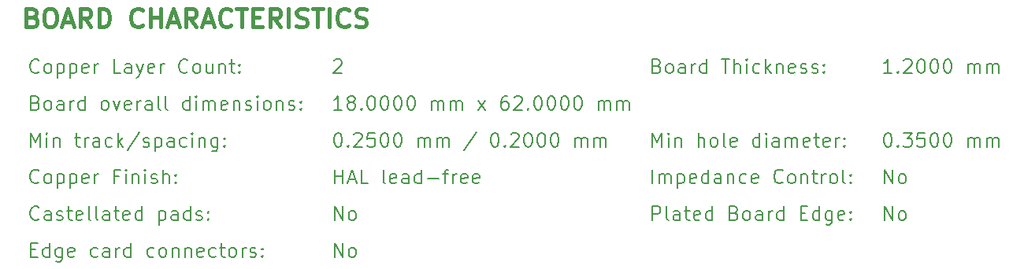
<source format=gbr>
%TF.GenerationSoftware,KiCad,Pcbnew,9.0.6-1.fc43*%
%TF.CreationDate,2025-12-11T00:59:33+10:30*%
%TF.ProjectId,DreameBreakout,44726561-6d65-4427-9265-616b6f75742e,1.1*%
%TF.SameCoordinates,Original*%
%TF.FileFunction,Other,Comment*%
%FSLAX46Y46*%
G04 Gerber Fmt 4.6, Leading zero omitted, Abs format (unit mm)*
G04 Created by KiCad (PCBNEW 9.0.6-1.fc43) date 2025-12-11 00:59:33*
%MOMM*%
%LPD*%
G01*
G04 APERTURE LIST*
%ADD10C,0.200000*%
%ADD11C,0.400000*%
G04 APERTURE END LIST*
D10*
X184620858Y-42301028D02*
X184620858Y-40801028D01*
X184620858Y-40801028D02*
X185478001Y-42301028D01*
X185478001Y-42301028D02*
X185478001Y-40801028D01*
X186406573Y-42301028D02*
X186263716Y-42229600D01*
X186263716Y-42229600D02*
X186192287Y-42158171D01*
X186192287Y-42158171D02*
X186120859Y-42015314D01*
X186120859Y-42015314D02*
X186120859Y-41586742D01*
X186120859Y-41586742D02*
X186192287Y-41443885D01*
X186192287Y-41443885D02*
X186263716Y-41372457D01*
X186263716Y-41372457D02*
X186406573Y-41301028D01*
X186406573Y-41301028D02*
X186620859Y-41301028D01*
X186620859Y-41301028D02*
X186763716Y-41372457D01*
X186763716Y-41372457D02*
X186835145Y-41443885D01*
X186835145Y-41443885D02*
X186906573Y-41586742D01*
X186906573Y-41586742D02*
X186906573Y-42015314D01*
X186906573Y-42015314D02*
X186835145Y-42158171D01*
X186835145Y-42158171D02*
X186763716Y-42229600D01*
X186763716Y-42229600D02*
X186620859Y-42301028D01*
X186620859Y-42301028D02*
X186406573Y-42301028D01*
X93363720Y-33601314D02*
X93578006Y-33672742D01*
X93578006Y-33672742D02*
X93649435Y-33744171D01*
X93649435Y-33744171D02*
X93720863Y-33887028D01*
X93720863Y-33887028D02*
X93720863Y-34101314D01*
X93720863Y-34101314D02*
X93649435Y-34244171D01*
X93649435Y-34244171D02*
X93578006Y-34315600D01*
X93578006Y-34315600D02*
X93435149Y-34387028D01*
X93435149Y-34387028D02*
X92863720Y-34387028D01*
X92863720Y-34387028D02*
X92863720Y-32887028D01*
X92863720Y-32887028D02*
X93363720Y-32887028D01*
X93363720Y-32887028D02*
X93506578Y-32958457D01*
X93506578Y-32958457D02*
X93578006Y-33029885D01*
X93578006Y-33029885D02*
X93649435Y-33172742D01*
X93649435Y-33172742D02*
X93649435Y-33315600D01*
X93649435Y-33315600D02*
X93578006Y-33458457D01*
X93578006Y-33458457D02*
X93506578Y-33529885D01*
X93506578Y-33529885D02*
X93363720Y-33601314D01*
X93363720Y-33601314D02*
X92863720Y-33601314D01*
X94578006Y-34387028D02*
X94435149Y-34315600D01*
X94435149Y-34315600D02*
X94363720Y-34244171D01*
X94363720Y-34244171D02*
X94292292Y-34101314D01*
X94292292Y-34101314D02*
X94292292Y-33672742D01*
X94292292Y-33672742D02*
X94363720Y-33529885D01*
X94363720Y-33529885D02*
X94435149Y-33458457D01*
X94435149Y-33458457D02*
X94578006Y-33387028D01*
X94578006Y-33387028D02*
X94792292Y-33387028D01*
X94792292Y-33387028D02*
X94935149Y-33458457D01*
X94935149Y-33458457D02*
X95006578Y-33529885D01*
X95006578Y-33529885D02*
X95078006Y-33672742D01*
X95078006Y-33672742D02*
X95078006Y-34101314D01*
X95078006Y-34101314D02*
X95006578Y-34244171D01*
X95006578Y-34244171D02*
X94935149Y-34315600D01*
X94935149Y-34315600D02*
X94792292Y-34387028D01*
X94792292Y-34387028D02*
X94578006Y-34387028D01*
X96363721Y-34387028D02*
X96363721Y-33601314D01*
X96363721Y-33601314D02*
X96292292Y-33458457D01*
X96292292Y-33458457D02*
X96149435Y-33387028D01*
X96149435Y-33387028D02*
X95863721Y-33387028D01*
X95863721Y-33387028D02*
X95720863Y-33458457D01*
X96363721Y-34315600D02*
X96220863Y-34387028D01*
X96220863Y-34387028D02*
X95863721Y-34387028D01*
X95863721Y-34387028D02*
X95720863Y-34315600D01*
X95720863Y-34315600D02*
X95649435Y-34172742D01*
X95649435Y-34172742D02*
X95649435Y-34029885D01*
X95649435Y-34029885D02*
X95720863Y-33887028D01*
X95720863Y-33887028D02*
X95863721Y-33815600D01*
X95863721Y-33815600D02*
X96220863Y-33815600D01*
X96220863Y-33815600D02*
X96363721Y-33744171D01*
X97078006Y-34387028D02*
X97078006Y-33387028D01*
X97078006Y-33672742D02*
X97149435Y-33529885D01*
X97149435Y-33529885D02*
X97220864Y-33458457D01*
X97220864Y-33458457D02*
X97363721Y-33387028D01*
X97363721Y-33387028D02*
X97506578Y-33387028D01*
X98649435Y-34387028D02*
X98649435Y-32887028D01*
X98649435Y-34315600D02*
X98506577Y-34387028D01*
X98506577Y-34387028D02*
X98220863Y-34387028D01*
X98220863Y-34387028D02*
X98078006Y-34315600D01*
X98078006Y-34315600D02*
X98006577Y-34244171D01*
X98006577Y-34244171D02*
X97935149Y-34101314D01*
X97935149Y-34101314D02*
X97935149Y-33672742D01*
X97935149Y-33672742D02*
X98006577Y-33529885D01*
X98006577Y-33529885D02*
X98078006Y-33458457D01*
X98078006Y-33458457D02*
X98220863Y-33387028D01*
X98220863Y-33387028D02*
X98506577Y-33387028D01*
X98506577Y-33387028D02*
X98649435Y-33458457D01*
X100720863Y-34387028D02*
X100578006Y-34315600D01*
X100578006Y-34315600D02*
X100506577Y-34244171D01*
X100506577Y-34244171D02*
X100435149Y-34101314D01*
X100435149Y-34101314D02*
X100435149Y-33672742D01*
X100435149Y-33672742D02*
X100506577Y-33529885D01*
X100506577Y-33529885D02*
X100578006Y-33458457D01*
X100578006Y-33458457D02*
X100720863Y-33387028D01*
X100720863Y-33387028D02*
X100935149Y-33387028D01*
X100935149Y-33387028D02*
X101078006Y-33458457D01*
X101078006Y-33458457D02*
X101149435Y-33529885D01*
X101149435Y-33529885D02*
X101220863Y-33672742D01*
X101220863Y-33672742D02*
X101220863Y-34101314D01*
X101220863Y-34101314D02*
X101149435Y-34244171D01*
X101149435Y-34244171D02*
X101078006Y-34315600D01*
X101078006Y-34315600D02*
X100935149Y-34387028D01*
X100935149Y-34387028D02*
X100720863Y-34387028D01*
X101720863Y-33387028D02*
X102078006Y-34387028D01*
X102078006Y-34387028D02*
X102435149Y-33387028D01*
X103578006Y-34315600D02*
X103435149Y-34387028D01*
X103435149Y-34387028D02*
X103149435Y-34387028D01*
X103149435Y-34387028D02*
X103006577Y-34315600D01*
X103006577Y-34315600D02*
X102935149Y-34172742D01*
X102935149Y-34172742D02*
X102935149Y-33601314D01*
X102935149Y-33601314D02*
X103006577Y-33458457D01*
X103006577Y-33458457D02*
X103149435Y-33387028D01*
X103149435Y-33387028D02*
X103435149Y-33387028D01*
X103435149Y-33387028D02*
X103578006Y-33458457D01*
X103578006Y-33458457D02*
X103649435Y-33601314D01*
X103649435Y-33601314D02*
X103649435Y-33744171D01*
X103649435Y-33744171D02*
X102935149Y-33887028D01*
X104292291Y-34387028D02*
X104292291Y-33387028D01*
X104292291Y-33672742D02*
X104363720Y-33529885D01*
X104363720Y-33529885D02*
X104435149Y-33458457D01*
X104435149Y-33458457D02*
X104578006Y-33387028D01*
X104578006Y-33387028D02*
X104720863Y-33387028D01*
X105863720Y-34387028D02*
X105863720Y-33601314D01*
X105863720Y-33601314D02*
X105792291Y-33458457D01*
X105792291Y-33458457D02*
X105649434Y-33387028D01*
X105649434Y-33387028D02*
X105363720Y-33387028D01*
X105363720Y-33387028D02*
X105220862Y-33458457D01*
X105863720Y-34315600D02*
X105720862Y-34387028D01*
X105720862Y-34387028D02*
X105363720Y-34387028D01*
X105363720Y-34387028D02*
X105220862Y-34315600D01*
X105220862Y-34315600D02*
X105149434Y-34172742D01*
X105149434Y-34172742D02*
X105149434Y-34029885D01*
X105149434Y-34029885D02*
X105220862Y-33887028D01*
X105220862Y-33887028D02*
X105363720Y-33815600D01*
X105363720Y-33815600D02*
X105720862Y-33815600D01*
X105720862Y-33815600D02*
X105863720Y-33744171D01*
X106792291Y-34387028D02*
X106649434Y-34315600D01*
X106649434Y-34315600D02*
X106578005Y-34172742D01*
X106578005Y-34172742D02*
X106578005Y-32887028D01*
X107578005Y-34387028D02*
X107435148Y-34315600D01*
X107435148Y-34315600D02*
X107363719Y-34172742D01*
X107363719Y-34172742D02*
X107363719Y-32887028D01*
X109935148Y-34387028D02*
X109935148Y-32887028D01*
X109935148Y-34315600D02*
X109792290Y-34387028D01*
X109792290Y-34387028D02*
X109506576Y-34387028D01*
X109506576Y-34387028D02*
X109363719Y-34315600D01*
X109363719Y-34315600D02*
X109292290Y-34244171D01*
X109292290Y-34244171D02*
X109220862Y-34101314D01*
X109220862Y-34101314D02*
X109220862Y-33672742D01*
X109220862Y-33672742D02*
X109292290Y-33529885D01*
X109292290Y-33529885D02*
X109363719Y-33458457D01*
X109363719Y-33458457D02*
X109506576Y-33387028D01*
X109506576Y-33387028D02*
X109792290Y-33387028D01*
X109792290Y-33387028D02*
X109935148Y-33458457D01*
X110649433Y-34387028D02*
X110649433Y-33387028D01*
X110649433Y-32887028D02*
X110578005Y-32958457D01*
X110578005Y-32958457D02*
X110649433Y-33029885D01*
X110649433Y-33029885D02*
X110720862Y-32958457D01*
X110720862Y-32958457D02*
X110649433Y-32887028D01*
X110649433Y-32887028D02*
X110649433Y-33029885D01*
X111363719Y-34387028D02*
X111363719Y-33387028D01*
X111363719Y-33529885D02*
X111435148Y-33458457D01*
X111435148Y-33458457D02*
X111578005Y-33387028D01*
X111578005Y-33387028D02*
X111792291Y-33387028D01*
X111792291Y-33387028D02*
X111935148Y-33458457D01*
X111935148Y-33458457D02*
X112006577Y-33601314D01*
X112006577Y-33601314D02*
X112006577Y-34387028D01*
X112006577Y-33601314D02*
X112078005Y-33458457D01*
X112078005Y-33458457D02*
X112220862Y-33387028D01*
X112220862Y-33387028D02*
X112435148Y-33387028D01*
X112435148Y-33387028D02*
X112578005Y-33458457D01*
X112578005Y-33458457D02*
X112649434Y-33601314D01*
X112649434Y-33601314D02*
X112649434Y-34387028D01*
X113935148Y-34315600D02*
X113792291Y-34387028D01*
X113792291Y-34387028D02*
X113506577Y-34387028D01*
X113506577Y-34387028D02*
X113363719Y-34315600D01*
X113363719Y-34315600D02*
X113292291Y-34172742D01*
X113292291Y-34172742D02*
X113292291Y-33601314D01*
X113292291Y-33601314D02*
X113363719Y-33458457D01*
X113363719Y-33458457D02*
X113506577Y-33387028D01*
X113506577Y-33387028D02*
X113792291Y-33387028D01*
X113792291Y-33387028D02*
X113935148Y-33458457D01*
X113935148Y-33458457D02*
X114006577Y-33601314D01*
X114006577Y-33601314D02*
X114006577Y-33744171D01*
X114006577Y-33744171D02*
X113292291Y-33887028D01*
X114649433Y-33387028D02*
X114649433Y-34387028D01*
X114649433Y-33529885D02*
X114720862Y-33458457D01*
X114720862Y-33458457D02*
X114863719Y-33387028D01*
X114863719Y-33387028D02*
X115078005Y-33387028D01*
X115078005Y-33387028D02*
X115220862Y-33458457D01*
X115220862Y-33458457D02*
X115292291Y-33601314D01*
X115292291Y-33601314D02*
X115292291Y-34387028D01*
X115935148Y-34315600D02*
X116078005Y-34387028D01*
X116078005Y-34387028D02*
X116363719Y-34387028D01*
X116363719Y-34387028D02*
X116506576Y-34315600D01*
X116506576Y-34315600D02*
X116578005Y-34172742D01*
X116578005Y-34172742D02*
X116578005Y-34101314D01*
X116578005Y-34101314D02*
X116506576Y-33958457D01*
X116506576Y-33958457D02*
X116363719Y-33887028D01*
X116363719Y-33887028D02*
X116149434Y-33887028D01*
X116149434Y-33887028D02*
X116006576Y-33815600D01*
X116006576Y-33815600D02*
X115935148Y-33672742D01*
X115935148Y-33672742D02*
X115935148Y-33601314D01*
X115935148Y-33601314D02*
X116006576Y-33458457D01*
X116006576Y-33458457D02*
X116149434Y-33387028D01*
X116149434Y-33387028D02*
X116363719Y-33387028D01*
X116363719Y-33387028D02*
X116506576Y-33458457D01*
X117220862Y-34387028D02*
X117220862Y-33387028D01*
X117220862Y-32887028D02*
X117149434Y-32958457D01*
X117149434Y-32958457D02*
X117220862Y-33029885D01*
X117220862Y-33029885D02*
X117292291Y-32958457D01*
X117292291Y-32958457D02*
X117220862Y-32887028D01*
X117220862Y-32887028D02*
X117220862Y-33029885D01*
X118149434Y-34387028D02*
X118006577Y-34315600D01*
X118006577Y-34315600D02*
X117935148Y-34244171D01*
X117935148Y-34244171D02*
X117863720Y-34101314D01*
X117863720Y-34101314D02*
X117863720Y-33672742D01*
X117863720Y-33672742D02*
X117935148Y-33529885D01*
X117935148Y-33529885D02*
X118006577Y-33458457D01*
X118006577Y-33458457D02*
X118149434Y-33387028D01*
X118149434Y-33387028D02*
X118363720Y-33387028D01*
X118363720Y-33387028D02*
X118506577Y-33458457D01*
X118506577Y-33458457D02*
X118578006Y-33529885D01*
X118578006Y-33529885D02*
X118649434Y-33672742D01*
X118649434Y-33672742D02*
X118649434Y-34101314D01*
X118649434Y-34101314D02*
X118578006Y-34244171D01*
X118578006Y-34244171D02*
X118506577Y-34315600D01*
X118506577Y-34315600D02*
X118363720Y-34387028D01*
X118363720Y-34387028D02*
X118149434Y-34387028D01*
X119292291Y-33387028D02*
X119292291Y-34387028D01*
X119292291Y-33529885D02*
X119363720Y-33458457D01*
X119363720Y-33458457D02*
X119506577Y-33387028D01*
X119506577Y-33387028D02*
X119720863Y-33387028D01*
X119720863Y-33387028D02*
X119863720Y-33458457D01*
X119863720Y-33458457D02*
X119935149Y-33601314D01*
X119935149Y-33601314D02*
X119935149Y-34387028D01*
X120578006Y-34315600D02*
X120720863Y-34387028D01*
X120720863Y-34387028D02*
X121006577Y-34387028D01*
X121006577Y-34387028D02*
X121149434Y-34315600D01*
X121149434Y-34315600D02*
X121220863Y-34172742D01*
X121220863Y-34172742D02*
X121220863Y-34101314D01*
X121220863Y-34101314D02*
X121149434Y-33958457D01*
X121149434Y-33958457D02*
X121006577Y-33887028D01*
X121006577Y-33887028D02*
X120792292Y-33887028D01*
X120792292Y-33887028D02*
X120649434Y-33815600D01*
X120649434Y-33815600D02*
X120578006Y-33672742D01*
X120578006Y-33672742D02*
X120578006Y-33601314D01*
X120578006Y-33601314D02*
X120649434Y-33458457D01*
X120649434Y-33458457D02*
X120792292Y-33387028D01*
X120792292Y-33387028D02*
X121006577Y-33387028D01*
X121006577Y-33387028D02*
X121149434Y-33458457D01*
X121863720Y-34244171D02*
X121935149Y-34315600D01*
X121935149Y-34315600D02*
X121863720Y-34387028D01*
X121863720Y-34387028D02*
X121792292Y-34315600D01*
X121792292Y-34315600D02*
X121863720Y-34244171D01*
X121863720Y-34244171D02*
X121863720Y-34387028D01*
X121863720Y-33458457D02*
X121935149Y-33529885D01*
X121935149Y-33529885D02*
X121863720Y-33601314D01*
X121863720Y-33601314D02*
X121792292Y-33529885D01*
X121792292Y-33529885D02*
X121863720Y-33458457D01*
X121863720Y-33458457D02*
X121863720Y-33601314D01*
X184906573Y-36844028D02*
X185049430Y-36844028D01*
X185049430Y-36844028D02*
X185192287Y-36915457D01*
X185192287Y-36915457D02*
X185263716Y-36986885D01*
X185263716Y-36986885D02*
X185335144Y-37129742D01*
X185335144Y-37129742D02*
X185406573Y-37415457D01*
X185406573Y-37415457D02*
X185406573Y-37772600D01*
X185406573Y-37772600D02*
X185335144Y-38058314D01*
X185335144Y-38058314D02*
X185263716Y-38201171D01*
X185263716Y-38201171D02*
X185192287Y-38272600D01*
X185192287Y-38272600D02*
X185049430Y-38344028D01*
X185049430Y-38344028D02*
X184906573Y-38344028D01*
X184906573Y-38344028D02*
X184763716Y-38272600D01*
X184763716Y-38272600D02*
X184692287Y-38201171D01*
X184692287Y-38201171D02*
X184620858Y-38058314D01*
X184620858Y-38058314D02*
X184549430Y-37772600D01*
X184549430Y-37772600D02*
X184549430Y-37415457D01*
X184549430Y-37415457D02*
X184620858Y-37129742D01*
X184620858Y-37129742D02*
X184692287Y-36986885D01*
X184692287Y-36986885D02*
X184763716Y-36915457D01*
X184763716Y-36915457D02*
X184906573Y-36844028D01*
X186049429Y-38201171D02*
X186120858Y-38272600D01*
X186120858Y-38272600D02*
X186049429Y-38344028D01*
X186049429Y-38344028D02*
X185978001Y-38272600D01*
X185978001Y-38272600D02*
X186049429Y-38201171D01*
X186049429Y-38201171D02*
X186049429Y-38344028D01*
X186620858Y-36844028D02*
X187549430Y-36844028D01*
X187549430Y-36844028D02*
X187049430Y-37415457D01*
X187049430Y-37415457D02*
X187263715Y-37415457D01*
X187263715Y-37415457D02*
X187406573Y-37486885D01*
X187406573Y-37486885D02*
X187478001Y-37558314D01*
X187478001Y-37558314D02*
X187549430Y-37701171D01*
X187549430Y-37701171D02*
X187549430Y-38058314D01*
X187549430Y-38058314D02*
X187478001Y-38201171D01*
X187478001Y-38201171D02*
X187406573Y-38272600D01*
X187406573Y-38272600D02*
X187263715Y-38344028D01*
X187263715Y-38344028D02*
X186835144Y-38344028D01*
X186835144Y-38344028D02*
X186692287Y-38272600D01*
X186692287Y-38272600D02*
X186620858Y-38201171D01*
X188906572Y-36844028D02*
X188192286Y-36844028D01*
X188192286Y-36844028D02*
X188120858Y-37558314D01*
X188120858Y-37558314D02*
X188192286Y-37486885D01*
X188192286Y-37486885D02*
X188335144Y-37415457D01*
X188335144Y-37415457D02*
X188692286Y-37415457D01*
X188692286Y-37415457D02*
X188835144Y-37486885D01*
X188835144Y-37486885D02*
X188906572Y-37558314D01*
X188906572Y-37558314D02*
X188978001Y-37701171D01*
X188978001Y-37701171D02*
X188978001Y-38058314D01*
X188978001Y-38058314D02*
X188906572Y-38201171D01*
X188906572Y-38201171D02*
X188835144Y-38272600D01*
X188835144Y-38272600D02*
X188692286Y-38344028D01*
X188692286Y-38344028D02*
X188335144Y-38344028D01*
X188335144Y-38344028D02*
X188192286Y-38272600D01*
X188192286Y-38272600D02*
X188120858Y-38201171D01*
X189906572Y-36844028D02*
X190049429Y-36844028D01*
X190049429Y-36844028D02*
X190192286Y-36915457D01*
X190192286Y-36915457D02*
X190263715Y-36986885D01*
X190263715Y-36986885D02*
X190335143Y-37129742D01*
X190335143Y-37129742D02*
X190406572Y-37415457D01*
X190406572Y-37415457D02*
X190406572Y-37772600D01*
X190406572Y-37772600D02*
X190335143Y-38058314D01*
X190335143Y-38058314D02*
X190263715Y-38201171D01*
X190263715Y-38201171D02*
X190192286Y-38272600D01*
X190192286Y-38272600D02*
X190049429Y-38344028D01*
X190049429Y-38344028D02*
X189906572Y-38344028D01*
X189906572Y-38344028D02*
X189763715Y-38272600D01*
X189763715Y-38272600D02*
X189692286Y-38201171D01*
X189692286Y-38201171D02*
X189620857Y-38058314D01*
X189620857Y-38058314D02*
X189549429Y-37772600D01*
X189549429Y-37772600D02*
X189549429Y-37415457D01*
X189549429Y-37415457D02*
X189620857Y-37129742D01*
X189620857Y-37129742D02*
X189692286Y-36986885D01*
X189692286Y-36986885D02*
X189763715Y-36915457D01*
X189763715Y-36915457D02*
X189906572Y-36844028D01*
X191335143Y-36844028D02*
X191478000Y-36844028D01*
X191478000Y-36844028D02*
X191620857Y-36915457D01*
X191620857Y-36915457D02*
X191692286Y-36986885D01*
X191692286Y-36986885D02*
X191763714Y-37129742D01*
X191763714Y-37129742D02*
X191835143Y-37415457D01*
X191835143Y-37415457D02*
X191835143Y-37772600D01*
X191835143Y-37772600D02*
X191763714Y-38058314D01*
X191763714Y-38058314D02*
X191692286Y-38201171D01*
X191692286Y-38201171D02*
X191620857Y-38272600D01*
X191620857Y-38272600D02*
X191478000Y-38344028D01*
X191478000Y-38344028D02*
X191335143Y-38344028D01*
X191335143Y-38344028D02*
X191192286Y-38272600D01*
X191192286Y-38272600D02*
X191120857Y-38201171D01*
X191120857Y-38201171D02*
X191049428Y-38058314D01*
X191049428Y-38058314D02*
X190978000Y-37772600D01*
X190978000Y-37772600D02*
X190978000Y-37415457D01*
X190978000Y-37415457D02*
X191049428Y-37129742D01*
X191049428Y-37129742D02*
X191120857Y-36986885D01*
X191120857Y-36986885D02*
X191192286Y-36915457D01*
X191192286Y-36915457D02*
X191335143Y-36844028D01*
X193620856Y-38344028D02*
X193620856Y-37344028D01*
X193620856Y-37486885D02*
X193692285Y-37415457D01*
X193692285Y-37415457D02*
X193835142Y-37344028D01*
X193835142Y-37344028D02*
X194049428Y-37344028D01*
X194049428Y-37344028D02*
X194192285Y-37415457D01*
X194192285Y-37415457D02*
X194263714Y-37558314D01*
X194263714Y-37558314D02*
X194263714Y-38344028D01*
X194263714Y-37558314D02*
X194335142Y-37415457D01*
X194335142Y-37415457D02*
X194477999Y-37344028D01*
X194477999Y-37344028D02*
X194692285Y-37344028D01*
X194692285Y-37344028D02*
X194835142Y-37415457D01*
X194835142Y-37415457D02*
X194906571Y-37558314D01*
X194906571Y-37558314D02*
X194906571Y-38344028D01*
X195620856Y-38344028D02*
X195620856Y-37344028D01*
X195620856Y-37486885D02*
X195692285Y-37415457D01*
X195692285Y-37415457D02*
X195835142Y-37344028D01*
X195835142Y-37344028D02*
X196049428Y-37344028D01*
X196049428Y-37344028D02*
X196192285Y-37415457D01*
X196192285Y-37415457D02*
X196263714Y-37558314D01*
X196263714Y-37558314D02*
X196263714Y-38344028D01*
X196263714Y-37558314D02*
X196335142Y-37415457D01*
X196335142Y-37415457D02*
X196477999Y-37344028D01*
X196477999Y-37344028D02*
X196692285Y-37344028D01*
X196692285Y-37344028D02*
X196835142Y-37415457D01*
X196835142Y-37415457D02*
X196906571Y-37558314D01*
X196906571Y-37558314D02*
X196906571Y-38344028D01*
X185406573Y-30430028D02*
X184549430Y-30430028D01*
X184978001Y-30430028D02*
X184978001Y-28930028D01*
X184978001Y-28930028D02*
X184835144Y-29144314D01*
X184835144Y-29144314D02*
X184692287Y-29287171D01*
X184692287Y-29287171D02*
X184549430Y-29358600D01*
X186049429Y-30287171D02*
X186120858Y-30358600D01*
X186120858Y-30358600D02*
X186049429Y-30430028D01*
X186049429Y-30430028D02*
X185978001Y-30358600D01*
X185978001Y-30358600D02*
X186049429Y-30287171D01*
X186049429Y-30287171D02*
X186049429Y-30430028D01*
X186692287Y-29072885D02*
X186763715Y-29001457D01*
X186763715Y-29001457D02*
X186906573Y-28930028D01*
X186906573Y-28930028D02*
X187263715Y-28930028D01*
X187263715Y-28930028D02*
X187406573Y-29001457D01*
X187406573Y-29001457D02*
X187478001Y-29072885D01*
X187478001Y-29072885D02*
X187549430Y-29215742D01*
X187549430Y-29215742D02*
X187549430Y-29358600D01*
X187549430Y-29358600D02*
X187478001Y-29572885D01*
X187478001Y-29572885D02*
X186620858Y-30430028D01*
X186620858Y-30430028D02*
X187549430Y-30430028D01*
X188478001Y-28930028D02*
X188620858Y-28930028D01*
X188620858Y-28930028D02*
X188763715Y-29001457D01*
X188763715Y-29001457D02*
X188835144Y-29072885D01*
X188835144Y-29072885D02*
X188906572Y-29215742D01*
X188906572Y-29215742D02*
X188978001Y-29501457D01*
X188978001Y-29501457D02*
X188978001Y-29858600D01*
X188978001Y-29858600D02*
X188906572Y-30144314D01*
X188906572Y-30144314D02*
X188835144Y-30287171D01*
X188835144Y-30287171D02*
X188763715Y-30358600D01*
X188763715Y-30358600D02*
X188620858Y-30430028D01*
X188620858Y-30430028D02*
X188478001Y-30430028D01*
X188478001Y-30430028D02*
X188335144Y-30358600D01*
X188335144Y-30358600D02*
X188263715Y-30287171D01*
X188263715Y-30287171D02*
X188192286Y-30144314D01*
X188192286Y-30144314D02*
X188120858Y-29858600D01*
X188120858Y-29858600D02*
X188120858Y-29501457D01*
X188120858Y-29501457D02*
X188192286Y-29215742D01*
X188192286Y-29215742D02*
X188263715Y-29072885D01*
X188263715Y-29072885D02*
X188335144Y-29001457D01*
X188335144Y-29001457D02*
X188478001Y-28930028D01*
X189906572Y-28930028D02*
X190049429Y-28930028D01*
X190049429Y-28930028D02*
X190192286Y-29001457D01*
X190192286Y-29001457D02*
X190263715Y-29072885D01*
X190263715Y-29072885D02*
X190335143Y-29215742D01*
X190335143Y-29215742D02*
X190406572Y-29501457D01*
X190406572Y-29501457D02*
X190406572Y-29858600D01*
X190406572Y-29858600D02*
X190335143Y-30144314D01*
X190335143Y-30144314D02*
X190263715Y-30287171D01*
X190263715Y-30287171D02*
X190192286Y-30358600D01*
X190192286Y-30358600D02*
X190049429Y-30430028D01*
X190049429Y-30430028D02*
X189906572Y-30430028D01*
X189906572Y-30430028D02*
X189763715Y-30358600D01*
X189763715Y-30358600D02*
X189692286Y-30287171D01*
X189692286Y-30287171D02*
X189620857Y-30144314D01*
X189620857Y-30144314D02*
X189549429Y-29858600D01*
X189549429Y-29858600D02*
X189549429Y-29501457D01*
X189549429Y-29501457D02*
X189620857Y-29215742D01*
X189620857Y-29215742D02*
X189692286Y-29072885D01*
X189692286Y-29072885D02*
X189763715Y-29001457D01*
X189763715Y-29001457D02*
X189906572Y-28930028D01*
X191335143Y-28930028D02*
X191478000Y-28930028D01*
X191478000Y-28930028D02*
X191620857Y-29001457D01*
X191620857Y-29001457D02*
X191692286Y-29072885D01*
X191692286Y-29072885D02*
X191763714Y-29215742D01*
X191763714Y-29215742D02*
X191835143Y-29501457D01*
X191835143Y-29501457D02*
X191835143Y-29858600D01*
X191835143Y-29858600D02*
X191763714Y-30144314D01*
X191763714Y-30144314D02*
X191692286Y-30287171D01*
X191692286Y-30287171D02*
X191620857Y-30358600D01*
X191620857Y-30358600D02*
X191478000Y-30430028D01*
X191478000Y-30430028D02*
X191335143Y-30430028D01*
X191335143Y-30430028D02*
X191192286Y-30358600D01*
X191192286Y-30358600D02*
X191120857Y-30287171D01*
X191120857Y-30287171D02*
X191049428Y-30144314D01*
X191049428Y-30144314D02*
X190978000Y-29858600D01*
X190978000Y-29858600D02*
X190978000Y-29501457D01*
X190978000Y-29501457D02*
X191049428Y-29215742D01*
X191049428Y-29215742D02*
X191120857Y-29072885D01*
X191120857Y-29072885D02*
X191192286Y-29001457D01*
X191192286Y-29001457D02*
X191335143Y-28930028D01*
X193620856Y-30430028D02*
X193620856Y-29430028D01*
X193620856Y-29572885D02*
X193692285Y-29501457D01*
X193692285Y-29501457D02*
X193835142Y-29430028D01*
X193835142Y-29430028D02*
X194049428Y-29430028D01*
X194049428Y-29430028D02*
X194192285Y-29501457D01*
X194192285Y-29501457D02*
X194263714Y-29644314D01*
X194263714Y-29644314D02*
X194263714Y-30430028D01*
X194263714Y-29644314D02*
X194335142Y-29501457D01*
X194335142Y-29501457D02*
X194477999Y-29430028D01*
X194477999Y-29430028D02*
X194692285Y-29430028D01*
X194692285Y-29430028D02*
X194835142Y-29501457D01*
X194835142Y-29501457D02*
X194906571Y-29644314D01*
X194906571Y-29644314D02*
X194906571Y-30430028D01*
X195620856Y-30430028D02*
X195620856Y-29430028D01*
X195620856Y-29572885D02*
X195692285Y-29501457D01*
X195692285Y-29501457D02*
X195835142Y-29430028D01*
X195835142Y-29430028D02*
X196049428Y-29430028D01*
X196049428Y-29430028D02*
X196192285Y-29501457D01*
X196192285Y-29501457D02*
X196263714Y-29644314D01*
X196263714Y-29644314D02*
X196263714Y-30430028D01*
X196263714Y-29644314D02*
X196335142Y-29501457D01*
X196335142Y-29501457D02*
X196477999Y-29430028D01*
X196477999Y-29430028D02*
X196692285Y-29430028D01*
X196692285Y-29430028D02*
X196835142Y-29501457D01*
X196835142Y-29501457D02*
X196906571Y-29644314D01*
X196906571Y-29644314D02*
X196906571Y-30430028D01*
X93720863Y-46115171D02*
X93649435Y-46186600D01*
X93649435Y-46186600D02*
X93435149Y-46258028D01*
X93435149Y-46258028D02*
X93292292Y-46258028D01*
X93292292Y-46258028D02*
X93078006Y-46186600D01*
X93078006Y-46186600D02*
X92935149Y-46043742D01*
X92935149Y-46043742D02*
X92863720Y-45900885D01*
X92863720Y-45900885D02*
X92792292Y-45615171D01*
X92792292Y-45615171D02*
X92792292Y-45400885D01*
X92792292Y-45400885D02*
X92863720Y-45115171D01*
X92863720Y-45115171D02*
X92935149Y-44972314D01*
X92935149Y-44972314D02*
X93078006Y-44829457D01*
X93078006Y-44829457D02*
X93292292Y-44758028D01*
X93292292Y-44758028D02*
X93435149Y-44758028D01*
X93435149Y-44758028D02*
X93649435Y-44829457D01*
X93649435Y-44829457D02*
X93720863Y-44900885D01*
X95006578Y-46258028D02*
X95006578Y-45472314D01*
X95006578Y-45472314D02*
X94935149Y-45329457D01*
X94935149Y-45329457D02*
X94792292Y-45258028D01*
X94792292Y-45258028D02*
X94506578Y-45258028D01*
X94506578Y-45258028D02*
X94363720Y-45329457D01*
X95006578Y-46186600D02*
X94863720Y-46258028D01*
X94863720Y-46258028D02*
X94506578Y-46258028D01*
X94506578Y-46258028D02*
X94363720Y-46186600D01*
X94363720Y-46186600D02*
X94292292Y-46043742D01*
X94292292Y-46043742D02*
X94292292Y-45900885D01*
X94292292Y-45900885D02*
X94363720Y-45758028D01*
X94363720Y-45758028D02*
X94506578Y-45686600D01*
X94506578Y-45686600D02*
X94863720Y-45686600D01*
X94863720Y-45686600D02*
X95006578Y-45615171D01*
X95649435Y-46186600D02*
X95792292Y-46258028D01*
X95792292Y-46258028D02*
X96078006Y-46258028D01*
X96078006Y-46258028D02*
X96220863Y-46186600D01*
X96220863Y-46186600D02*
X96292292Y-46043742D01*
X96292292Y-46043742D02*
X96292292Y-45972314D01*
X96292292Y-45972314D02*
X96220863Y-45829457D01*
X96220863Y-45829457D02*
X96078006Y-45758028D01*
X96078006Y-45758028D02*
X95863721Y-45758028D01*
X95863721Y-45758028D02*
X95720863Y-45686600D01*
X95720863Y-45686600D02*
X95649435Y-45543742D01*
X95649435Y-45543742D02*
X95649435Y-45472314D01*
X95649435Y-45472314D02*
X95720863Y-45329457D01*
X95720863Y-45329457D02*
X95863721Y-45258028D01*
X95863721Y-45258028D02*
X96078006Y-45258028D01*
X96078006Y-45258028D02*
X96220863Y-45329457D01*
X96720864Y-45258028D02*
X97292292Y-45258028D01*
X96935149Y-44758028D02*
X96935149Y-46043742D01*
X96935149Y-46043742D02*
X97006578Y-46186600D01*
X97006578Y-46186600D02*
X97149435Y-46258028D01*
X97149435Y-46258028D02*
X97292292Y-46258028D01*
X98363721Y-46186600D02*
X98220864Y-46258028D01*
X98220864Y-46258028D02*
X97935150Y-46258028D01*
X97935150Y-46258028D02*
X97792292Y-46186600D01*
X97792292Y-46186600D02*
X97720864Y-46043742D01*
X97720864Y-46043742D02*
X97720864Y-45472314D01*
X97720864Y-45472314D02*
X97792292Y-45329457D01*
X97792292Y-45329457D02*
X97935150Y-45258028D01*
X97935150Y-45258028D02*
X98220864Y-45258028D01*
X98220864Y-45258028D02*
X98363721Y-45329457D01*
X98363721Y-45329457D02*
X98435150Y-45472314D01*
X98435150Y-45472314D02*
X98435150Y-45615171D01*
X98435150Y-45615171D02*
X97720864Y-45758028D01*
X99292292Y-46258028D02*
X99149435Y-46186600D01*
X99149435Y-46186600D02*
X99078006Y-46043742D01*
X99078006Y-46043742D02*
X99078006Y-44758028D01*
X100078006Y-46258028D02*
X99935149Y-46186600D01*
X99935149Y-46186600D02*
X99863720Y-46043742D01*
X99863720Y-46043742D02*
X99863720Y-44758028D01*
X101292292Y-46258028D02*
X101292292Y-45472314D01*
X101292292Y-45472314D02*
X101220863Y-45329457D01*
X101220863Y-45329457D02*
X101078006Y-45258028D01*
X101078006Y-45258028D02*
X100792292Y-45258028D01*
X100792292Y-45258028D02*
X100649434Y-45329457D01*
X101292292Y-46186600D02*
X101149434Y-46258028D01*
X101149434Y-46258028D02*
X100792292Y-46258028D01*
X100792292Y-46258028D02*
X100649434Y-46186600D01*
X100649434Y-46186600D02*
X100578006Y-46043742D01*
X100578006Y-46043742D02*
X100578006Y-45900885D01*
X100578006Y-45900885D02*
X100649434Y-45758028D01*
X100649434Y-45758028D02*
X100792292Y-45686600D01*
X100792292Y-45686600D02*
X101149434Y-45686600D01*
X101149434Y-45686600D02*
X101292292Y-45615171D01*
X101792292Y-45258028D02*
X102363720Y-45258028D01*
X102006577Y-44758028D02*
X102006577Y-46043742D01*
X102006577Y-46043742D02*
X102078006Y-46186600D01*
X102078006Y-46186600D02*
X102220863Y-46258028D01*
X102220863Y-46258028D02*
X102363720Y-46258028D01*
X103435149Y-46186600D02*
X103292292Y-46258028D01*
X103292292Y-46258028D02*
X103006578Y-46258028D01*
X103006578Y-46258028D02*
X102863720Y-46186600D01*
X102863720Y-46186600D02*
X102792292Y-46043742D01*
X102792292Y-46043742D02*
X102792292Y-45472314D01*
X102792292Y-45472314D02*
X102863720Y-45329457D01*
X102863720Y-45329457D02*
X103006578Y-45258028D01*
X103006578Y-45258028D02*
X103292292Y-45258028D01*
X103292292Y-45258028D02*
X103435149Y-45329457D01*
X103435149Y-45329457D02*
X103506578Y-45472314D01*
X103506578Y-45472314D02*
X103506578Y-45615171D01*
X103506578Y-45615171D02*
X102792292Y-45758028D01*
X104792292Y-46258028D02*
X104792292Y-44758028D01*
X104792292Y-46186600D02*
X104649434Y-46258028D01*
X104649434Y-46258028D02*
X104363720Y-46258028D01*
X104363720Y-46258028D02*
X104220863Y-46186600D01*
X104220863Y-46186600D02*
X104149434Y-46115171D01*
X104149434Y-46115171D02*
X104078006Y-45972314D01*
X104078006Y-45972314D02*
X104078006Y-45543742D01*
X104078006Y-45543742D02*
X104149434Y-45400885D01*
X104149434Y-45400885D02*
X104220863Y-45329457D01*
X104220863Y-45329457D02*
X104363720Y-45258028D01*
X104363720Y-45258028D02*
X104649434Y-45258028D01*
X104649434Y-45258028D02*
X104792292Y-45329457D01*
X106649434Y-45258028D02*
X106649434Y-46758028D01*
X106649434Y-45329457D02*
X106792292Y-45258028D01*
X106792292Y-45258028D02*
X107078006Y-45258028D01*
X107078006Y-45258028D02*
X107220863Y-45329457D01*
X107220863Y-45329457D02*
X107292292Y-45400885D01*
X107292292Y-45400885D02*
X107363720Y-45543742D01*
X107363720Y-45543742D02*
X107363720Y-45972314D01*
X107363720Y-45972314D02*
X107292292Y-46115171D01*
X107292292Y-46115171D02*
X107220863Y-46186600D01*
X107220863Y-46186600D02*
X107078006Y-46258028D01*
X107078006Y-46258028D02*
X106792292Y-46258028D01*
X106792292Y-46258028D02*
X106649434Y-46186600D01*
X108649435Y-46258028D02*
X108649435Y-45472314D01*
X108649435Y-45472314D02*
X108578006Y-45329457D01*
X108578006Y-45329457D02*
X108435149Y-45258028D01*
X108435149Y-45258028D02*
X108149435Y-45258028D01*
X108149435Y-45258028D02*
X108006577Y-45329457D01*
X108649435Y-46186600D02*
X108506577Y-46258028D01*
X108506577Y-46258028D02*
X108149435Y-46258028D01*
X108149435Y-46258028D02*
X108006577Y-46186600D01*
X108006577Y-46186600D02*
X107935149Y-46043742D01*
X107935149Y-46043742D02*
X107935149Y-45900885D01*
X107935149Y-45900885D02*
X108006577Y-45758028D01*
X108006577Y-45758028D02*
X108149435Y-45686600D01*
X108149435Y-45686600D02*
X108506577Y-45686600D01*
X108506577Y-45686600D02*
X108649435Y-45615171D01*
X110006578Y-46258028D02*
X110006578Y-44758028D01*
X110006578Y-46186600D02*
X109863720Y-46258028D01*
X109863720Y-46258028D02*
X109578006Y-46258028D01*
X109578006Y-46258028D02*
X109435149Y-46186600D01*
X109435149Y-46186600D02*
X109363720Y-46115171D01*
X109363720Y-46115171D02*
X109292292Y-45972314D01*
X109292292Y-45972314D02*
X109292292Y-45543742D01*
X109292292Y-45543742D02*
X109363720Y-45400885D01*
X109363720Y-45400885D02*
X109435149Y-45329457D01*
X109435149Y-45329457D02*
X109578006Y-45258028D01*
X109578006Y-45258028D02*
X109863720Y-45258028D01*
X109863720Y-45258028D02*
X110006578Y-45329457D01*
X110649435Y-46186600D02*
X110792292Y-46258028D01*
X110792292Y-46258028D02*
X111078006Y-46258028D01*
X111078006Y-46258028D02*
X111220863Y-46186600D01*
X111220863Y-46186600D02*
X111292292Y-46043742D01*
X111292292Y-46043742D02*
X111292292Y-45972314D01*
X111292292Y-45972314D02*
X111220863Y-45829457D01*
X111220863Y-45829457D02*
X111078006Y-45758028D01*
X111078006Y-45758028D02*
X110863721Y-45758028D01*
X110863721Y-45758028D02*
X110720863Y-45686600D01*
X110720863Y-45686600D02*
X110649435Y-45543742D01*
X110649435Y-45543742D02*
X110649435Y-45472314D01*
X110649435Y-45472314D02*
X110720863Y-45329457D01*
X110720863Y-45329457D02*
X110863721Y-45258028D01*
X110863721Y-45258028D02*
X111078006Y-45258028D01*
X111078006Y-45258028D02*
X111220863Y-45329457D01*
X111935149Y-46115171D02*
X112006578Y-46186600D01*
X112006578Y-46186600D02*
X111935149Y-46258028D01*
X111935149Y-46258028D02*
X111863721Y-46186600D01*
X111863721Y-46186600D02*
X111935149Y-46115171D01*
X111935149Y-46115171D02*
X111935149Y-46258028D01*
X111935149Y-45329457D02*
X112006578Y-45400885D01*
X112006578Y-45400885D02*
X111935149Y-45472314D01*
X111935149Y-45472314D02*
X111863721Y-45400885D01*
X111863721Y-45400885D02*
X111935149Y-45329457D01*
X111935149Y-45329457D02*
X111935149Y-45472314D01*
X160178001Y-29644314D02*
X160392287Y-29715742D01*
X160392287Y-29715742D02*
X160463716Y-29787171D01*
X160463716Y-29787171D02*
X160535144Y-29930028D01*
X160535144Y-29930028D02*
X160535144Y-30144314D01*
X160535144Y-30144314D02*
X160463716Y-30287171D01*
X160463716Y-30287171D02*
X160392287Y-30358600D01*
X160392287Y-30358600D02*
X160249430Y-30430028D01*
X160249430Y-30430028D02*
X159678001Y-30430028D01*
X159678001Y-30430028D02*
X159678001Y-28930028D01*
X159678001Y-28930028D02*
X160178001Y-28930028D01*
X160178001Y-28930028D02*
X160320859Y-29001457D01*
X160320859Y-29001457D02*
X160392287Y-29072885D01*
X160392287Y-29072885D02*
X160463716Y-29215742D01*
X160463716Y-29215742D02*
X160463716Y-29358600D01*
X160463716Y-29358600D02*
X160392287Y-29501457D01*
X160392287Y-29501457D02*
X160320859Y-29572885D01*
X160320859Y-29572885D02*
X160178001Y-29644314D01*
X160178001Y-29644314D02*
X159678001Y-29644314D01*
X161392287Y-30430028D02*
X161249430Y-30358600D01*
X161249430Y-30358600D02*
X161178001Y-30287171D01*
X161178001Y-30287171D02*
X161106573Y-30144314D01*
X161106573Y-30144314D02*
X161106573Y-29715742D01*
X161106573Y-29715742D02*
X161178001Y-29572885D01*
X161178001Y-29572885D02*
X161249430Y-29501457D01*
X161249430Y-29501457D02*
X161392287Y-29430028D01*
X161392287Y-29430028D02*
X161606573Y-29430028D01*
X161606573Y-29430028D02*
X161749430Y-29501457D01*
X161749430Y-29501457D02*
X161820859Y-29572885D01*
X161820859Y-29572885D02*
X161892287Y-29715742D01*
X161892287Y-29715742D02*
X161892287Y-30144314D01*
X161892287Y-30144314D02*
X161820859Y-30287171D01*
X161820859Y-30287171D02*
X161749430Y-30358600D01*
X161749430Y-30358600D02*
X161606573Y-30430028D01*
X161606573Y-30430028D02*
X161392287Y-30430028D01*
X163178002Y-30430028D02*
X163178002Y-29644314D01*
X163178002Y-29644314D02*
X163106573Y-29501457D01*
X163106573Y-29501457D02*
X162963716Y-29430028D01*
X162963716Y-29430028D02*
X162678002Y-29430028D01*
X162678002Y-29430028D02*
X162535144Y-29501457D01*
X163178002Y-30358600D02*
X163035144Y-30430028D01*
X163035144Y-30430028D02*
X162678002Y-30430028D01*
X162678002Y-30430028D02*
X162535144Y-30358600D01*
X162535144Y-30358600D02*
X162463716Y-30215742D01*
X162463716Y-30215742D02*
X162463716Y-30072885D01*
X162463716Y-30072885D02*
X162535144Y-29930028D01*
X162535144Y-29930028D02*
X162678002Y-29858600D01*
X162678002Y-29858600D02*
X163035144Y-29858600D01*
X163035144Y-29858600D02*
X163178002Y-29787171D01*
X163892287Y-30430028D02*
X163892287Y-29430028D01*
X163892287Y-29715742D02*
X163963716Y-29572885D01*
X163963716Y-29572885D02*
X164035145Y-29501457D01*
X164035145Y-29501457D02*
X164178002Y-29430028D01*
X164178002Y-29430028D02*
X164320859Y-29430028D01*
X165463716Y-30430028D02*
X165463716Y-28930028D01*
X165463716Y-30358600D02*
X165320858Y-30430028D01*
X165320858Y-30430028D02*
X165035144Y-30430028D01*
X165035144Y-30430028D02*
X164892287Y-30358600D01*
X164892287Y-30358600D02*
X164820858Y-30287171D01*
X164820858Y-30287171D02*
X164749430Y-30144314D01*
X164749430Y-30144314D02*
X164749430Y-29715742D01*
X164749430Y-29715742D02*
X164820858Y-29572885D01*
X164820858Y-29572885D02*
X164892287Y-29501457D01*
X164892287Y-29501457D02*
X165035144Y-29430028D01*
X165035144Y-29430028D02*
X165320858Y-29430028D01*
X165320858Y-29430028D02*
X165463716Y-29501457D01*
X167106573Y-28930028D02*
X167963716Y-28930028D01*
X167535144Y-30430028D02*
X167535144Y-28930028D01*
X168463715Y-30430028D02*
X168463715Y-28930028D01*
X169106573Y-30430028D02*
X169106573Y-29644314D01*
X169106573Y-29644314D02*
X169035144Y-29501457D01*
X169035144Y-29501457D02*
X168892287Y-29430028D01*
X168892287Y-29430028D02*
X168678001Y-29430028D01*
X168678001Y-29430028D02*
X168535144Y-29501457D01*
X168535144Y-29501457D02*
X168463715Y-29572885D01*
X169820858Y-30430028D02*
X169820858Y-29430028D01*
X169820858Y-28930028D02*
X169749430Y-29001457D01*
X169749430Y-29001457D02*
X169820858Y-29072885D01*
X169820858Y-29072885D02*
X169892287Y-29001457D01*
X169892287Y-29001457D02*
X169820858Y-28930028D01*
X169820858Y-28930028D02*
X169820858Y-29072885D01*
X171178002Y-30358600D02*
X171035144Y-30430028D01*
X171035144Y-30430028D02*
X170749430Y-30430028D01*
X170749430Y-30430028D02*
X170606573Y-30358600D01*
X170606573Y-30358600D02*
X170535144Y-30287171D01*
X170535144Y-30287171D02*
X170463716Y-30144314D01*
X170463716Y-30144314D02*
X170463716Y-29715742D01*
X170463716Y-29715742D02*
X170535144Y-29572885D01*
X170535144Y-29572885D02*
X170606573Y-29501457D01*
X170606573Y-29501457D02*
X170749430Y-29430028D01*
X170749430Y-29430028D02*
X171035144Y-29430028D01*
X171035144Y-29430028D02*
X171178002Y-29501457D01*
X171820858Y-30430028D02*
X171820858Y-28930028D01*
X171963716Y-29858600D02*
X172392287Y-30430028D01*
X172392287Y-29430028D02*
X171820858Y-30001457D01*
X173035144Y-29430028D02*
X173035144Y-30430028D01*
X173035144Y-29572885D02*
X173106573Y-29501457D01*
X173106573Y-29501457D02*
X173249430Y-29430028D01*
X173249430Y-29430028D02*
X173463716Y-29430028D01*
X173463716Y-29430028D02*
X173606573Y-29501457D01*
X173606573Y-29501457D02*
X173678002Y-29644314D01*
X173678002Y-29644314D02*
X173678002Y-30430028D01*
X174963716Y-30358600D02*
X174820859Y-30430028D01*
X174820859Y-30430028D02*
X174535145Y-30430028D01*
X174535145Y-30430028D02*
X174392287Y-30358600D01*
X174392287Y-30358600D02*
X174320859Y-30215742D01*
X174320859Y-30215742D02*
X174320859Y-29644314D01*
X174320859Y-29644314D02*
X174392287Y-29501457D01*
X174392287Y-29501457D02*
X174535145Y-29430028D01*
X174535145Y-29430028D02*
X174820859Y-29430028D01*
X174820859Y-29430028D02*
X174963716Y-29501457D01*
X174963716Y-29501457D02*
X175035145Y-29644314D01*
X175035145Y-29644314D02*
X175035145Y-29787171D01*
X175035145Y-29787171D02*
X174320859Y-29930028D01*
X175606573Y-30358600D02*
X175749430Y-30430028D01*
X175749430Y-30430028D02*
X176035144Y-30430028D01*
X176035144Y-30430028D02*
X176178001Y-30358600D01*
X176178001Y-30358600D02*
X176249430Y-30215742D01*
X176249430Y-30215742D02*
X176249430Y-30144314D01*
X176249430Y-30144314D02*
X176178001Y-30001457D01*
X176178001Y-30001457D02*
X176035144Y-29930028D01*
X176035144Y-29930028D02*
X175820859Y-29930028D01*
X175820859Y-29930028D02*
X175678001Y-29858600D01*
X175678001Y-29858600D02*
X175606573Y-29715742D01*
X175606573Y-29715742D02*
X175606573Y-29644314D01*
X175606573Y-29644314D02*
X175678001Y-29501457D01*
X175678001Y-29501457D02*
X175820859Y-29430028D01*
X175820859Y-29430028D02*
X176035144Y-29430028D01*
X176035144Y-29430028D02*
X176178001Y-29501457D01*
X176820859Y-30358600D02*
X176963716Y-30430028D01*
X176963716Y-30430028D02*
X177249430Y-30430028D01*
X177249430Y-30430028D02*
X177392287Y-30358600D01*
X177392287Y-30358600D02*
X177463716Y-30215742D01*
X177463716Y-30215742D02*
X177463716Y-30144314D01*
X177463716Y-30144314D02*
X177392287Y-30001457D01*
X177392287Y-30001457D02*
X177249430Y-29930028D01*
X177249430Y-29930028D02*
X177035145Y-29930028D01*
X177035145Y-29930028D02*
X176892287Y-29858600D01*
X176892287Y-29858600D02*
X176820859Y-29715742D01*
X176820859Y-29715742D02*
X176820859Y-29644314D01*
X176820859Y-29644314D02*
X176892287Y-29501457D01*
X176892287Y-29501457D02*
X177035145Y-29430028D01*
X177035145Y-29430028D02*
X177249430Y-29430028D01*
X177249430Y-29430028D02*
X177392287Y-29501457D01*
X178106573Y-30287171D02*
X178178002Y-30358600D01*
X178178002Y-30358600D02*
X178106573Y-30430028D01*
X178106573Y-30430028D02*
X178035145Y-30358600D01*
X178035145Y-30358600D02*
X178106573Y-30287171D01*
X178106573Y-30287171D02*
X178106573Y-30430028D01*
X178106573Y-29501457D02*
X178178002Y-29572885D01*
X178178002Y-29572885D02*
X178106573Y-29644314D01*
X178106573Y-29644314D02*
X178035145Y-29572885D01*
X178035145Y-29572885D02*
X178106573Y-29501457D01*
X178106573Y-29501457D02*
X178106573Y-29644314D01*
X159678001Y-46258028D02*
X159678001Y-44758028D01*
X159678001Y-44758028D02*
X160249430Y-44758028D01*
X160249430Y-44758028D02*
X160392287Y-44829457D01*
X160392287Y-44829457D02*
X160463716Y-44900885D01*
X160463716Y-44900885D02*
X160535144Y-45043742D01*
X160535144Y-45043742D02*
X160535144Y-45258028D01*
X160535144Y-45258028D02*
X160463716Y-45400885D01*
X160463716Y-45400885D02*
X160392287Y-45472314D01*
X160392287Y-45472314D02*
X160249430Y-45543742D01*
X160249430Y-45543742D02*
X159678001Y-45543742D01*
X161392287Y-46258028D02*
X161249430Y-46186600D01*
X161249430Y-46186600D02*
X161178001Y-46043742D01*
X161178001Y-46043742D02*
X161178001Y-44758028D01*
X162606573Y-46258028D02*
X162606573Y-45472314D01*
X162606573Y-45472314D02*
X162535144Y-45329457D01*
X162535144Y-45329457D02*
X162392287Y-45258028D01*
X162392287Y-45258028D02*
X162106573Y-45258028D01*
X162106573Y-45258028D02*
X161963715Y-45329457D01*
X162606573Y-46186600D02*
X162463715Y-46258028D01*
X162463715Y-46258028D02*
X162106573Y-46258028D01*
X162106573Y-46258028D02*
X161963715Y-46186600D01*
X161963715Y-46186600D02*
X161892287Y-46043742D01*
X161892287Y-46043742D02*
X161892287Y-45900885D01*
X161892287Y-45900885D02*
X161963715Y-45758028D01*
X161963715Y-45758028D02*
X162106573Y-45686600D01*
X162106573Y-45686600D02*
X162463715Y-45686600D01*
X162463715Y-45686600D02*
X162606573Y-45615171D01*
X163106573Y-45258028D02*
X163678001Y-45258028D01*
X163320858Y-44758028D02*
X163320858Y-46043742D01*
X163320858Y-46043742D02*
X163392287Y-46186600D01*
X163392287Y-46186600D02*
X163535144Y-46258028D01*
X163535144Y-46258028D02*
X163678001Y-46258028D01*
X164749430Y-46186600D02*
X164606573Y-46258028D01*
X164606573Y-46258028D02*
X164320859Y-46258028D01*
X164320859Y-46258028D02*
X164178001Y-46186600D01*
X164178001Y-46186600D02*
X164106573Y-46043742D01*
X164106573Y-46043742D02*
X164106573Y-45472314D01*
X164106573Y-45472314D02*
X164178001Y-45329457D01*
X164178001Y-45329457D02*
X164320859Y-45258028D01*
X164320859Y-45258028D02*
X164606573Y-45258028D01*
X164606573Y-45258028D02*
X164749430Y-45329457D01*
X164749430Y-45329457D02*
X164820859Y-45472314D01*
X164820859Y-45472314D02*
X164820859Y-45615171D01*
X164820859Y-45615171D02*
X164106573Y-45758028D01*
X166106573Y-46258028D02*
X166106573Y-44758028D01*
X166106573Y-46186600D02*
X165963715Y-46258028D01*
X165963715Y-46258028D02*
X165678001Y-46258028D01*
X165678001Y-46258028D02*
X165535144Y-46186600D01*
X165535144Y-46186600D02*
X165463715Y-46115171D01*
X165463715Y-46115171D02*
X165392287Y-45972314D01*
X165392287Y-45972314D02*
X165392287Y-45543742D01*
X165392287Y-45543742D02*
X165463715Y-45400885D01*
X165463715Y-45400885D02*
X165535144Y-45329457D01*
X165535144Y-45329457D02*
X165678001Y-45258028D01*
X165678001Y-45258028D02*
X165963715Y-45258028D01*
X165963715Y-45258028D02*
X166106573Y-45329457D01*
X168463715Y-45472314D02*
X168678001Y-45543742D01*
X168678001Y-45543742D02*
X168749430Y-45615171D01*
X168749430Y-45615171D02*
X168820858Y-45758028D01*
X168820858Y-45758028D02*
X168820858Y-45972314D01*
X168820858Y-45972314D02*
X168749430Y-46115171D01*
X168749430Y-46115171D02*
X168678001Y-46186600D01*
X168678001Y-46186600D02*
X168535144Y-46258028D01*
X168535144Y-46258028D02*
X167963715Y-46258028D01*
X167963715Y-46258028D02*
X167963715Y-44758028D01*
X167963715Y-44758028D02*
X168463715Y-44758028D01*
X168463715Y-44758028D02*
X168606573Y-44829457D01*
X168606573Y-44829457D02*
X168678001Y-44900885D01*
X168678001Y-44900885D02*
X168749430Y-45043742D01*
X168749430Y-45043742D02*
X168749430Y-45186600D01*
X168749430Y-45186600D02*
X168678001Y-45329457D01*
X168678001Y-45329457D02*
X168606573Y-45400885D01*
X168606573Y-45400885D02*
X168463715Y-45472314D01*
X168463715Y-45472314D02*
X167963715Y-45472314D01*
X169678001Y-46258028D02*
X169535144Y-46186600D01*
X169535144Y-46186600D02*
X169463715Y-46115171D01*
X169463715Y-46115171D02*
X169392287Y-45972314D01*
X169392287Y-45972314D02*
X169392287Y-45543742D01*
X169392287Y-45543742D02*
X169463715Y-45400885D01*
X169463715Y-45400885D02*
X169535144Y-45329457D01*
X169535144Y-45329457D02*
X169678001Y-45258028D01*
X169678001Y-45258028D02*
X169892287Y-45258028D01*
X169892287Y-45258028D02*
X170035144Y-45329457D01*
X170035144Y-45329457D02*
X170106573Y-45400885D01*
X170106573Y-45400885D02*
X170178001Y-45543742D01*
X170178001Y-45543742D02*
X170178001Y-45972314D01*
X170178001Y-45972314D02*
X170106573Y-46115171D01*
X170106573Y-46115171D02*
X170035144Y-46186600D01*
X170035144Y-46186600D02*
X169892287Y-46258028D01*
X169892287Y-46258028D02*
X169678001Y-46258028D01*
X171463716Y-46258028D02*
X171463716Y-45472314D01*
X171463716Y-45472314D02*
X171392287Y-45329457D01*
X171392287Y-45329457D02*
X171249430Y-45258028D01*
X171249430Y-45258028D02*
X170963716Y-45258028D01*
X170963716Y-45258028D02*
X170820858Y-45329457D01*
X171463716Y-46186600D02*
X171320858Y-46258028D01*
X171320858Y-46258028D02*
X170963716Y-46258028D01*
X170963716Y-46258028D02*
X170820858Y-46186600D01*
X170820858Y-46186600D02*
X170749430Y-46043742D01*
X170749430Y-46043742D02*
X170749430Y-45900885D01*
X170749430Y-45900885D02*
X170820858Y-45758028D01*
X170820858Y-45758028D02*
X170963716Y-45686600D01*
X170963716Y-45686600D02*
X171320858Y-45686600D01*
X171320858Y-45686600D02*
X171463716Y-45615171D01*
X172178001Y-46258028D02*
X172178001Y-45258028D01*
X172178001Y-45543742D02*
X172249430Y-45400885D01*
X172249430Y-45400885D02*
X172320859Y-45329457D01*
X172320859Y-45329457D02*
X172463716Y-45258028D01*
X172463716Y-45258028D02*
X172606573Y-45258028D01*
X173749430Y-46258028D02*
X173749430Y-44758028D01*
X173749430Y-46186600D02*
X173606572Y-46258028D01*
X173606572Y-46258028D02*
X173320858Y-46258028D01*
X173320858Y-46258028D02*
X173178001Y-46186600D01*
X173178001Y-46186600D02*
X173106572Y-46115171D01*
X173106572Y-46115171D02*
X173035144Y-45972314D01*
X173035144Y-45972314D02*
X173035144Y-45543742D01*
X173035144Y-45543742D02*
X173106572Y-45400885D01*
X173106572Y-45400885D02*
X173178001Y-45329457D01*
X173178001Y-45329457D02*
X173320858Y-45258028D01*
X173320858Y-45258028D02*
X173606572Y-45258028D01*
X173606572Y-45258028D02*
X173749430Y-45329457D01*
X175606572Y-45472314D02*
X176106572Y-45472314D01*
X176320858Y-46258028D02*
X175606572Y-46258028D01*
X175606572Y-46258028D02*
X175606572Y-44758028D01*
X175606572Y-44758028D02*
X176320858Y-44758028D01*
X177606573Y-46258028D02*
X177606573Y-44758028D01*
X177606573Y-46186600D02*
X177463715Y-46258028D01*
X177463715Y-46258028D02*
X177178001Y-46258028D01*
X177178001Y-46258028D02*
X177035144Y-46186600D01*
X177035144Y-46186600D02*
X176963715Y-46115171D01*
X176963715Y-46115171D02*
X176892287Y-45972314D01*
X176892287Y-45972314D02*
X176892287Y-45543742D01*
X176892287Y-45543742D02*
X176963715Y-45400885D01*
X176963715Y-45400885D02*
X177035144Y-45329457D01*
X177035144Y-45329457D02*
X177178001Y-45258028D01*
X177178001Y-45258028D02*
X177463715Y-45258028D01*
X177463715Y-45258028D02*
X177606573Y-45329457D01*
X178963716Y-45258028D02*
X178963716Y-46472314D01*
X178963716Y-46472314D02*
X178892287Y-46615171D01*
X178892287Y-46615171D02*
X178820858Y-46686600D01*
X178820858Y-46686600D02*
X178678001Y-46758028D01*
X178678001Y-46758028D02*
X178463716Y-46758028D01*
X178463716Y-46758028D02*
X178320858Y-46686600D01*
X178963716Y-46186600D02*
X178820858Y-46258028D01*
X178820858Y-46258028D02*
X178535144Y-46258028D01*
X178535144Y-46258028D02*
X178392287Y-46186600D01*
X178392287Y-46186600D02*
X178320858Y-46115171D01*
X178320858Y-46115171D02*
X178249430Y-45972314D01*
X178249430Y-45972314D02*
X178249430Y-45543742D01*
X178249430Y-45543742D02*
X178320858Y-45400885D01*
X178320858Y-45400885D02*
X178392287Y-45329457D01*
X178392287Y-45329457D02*
X178535144Y-45258028D01*
X178535144Y-45258028D02*
X178820858Y-45258028D01*
X178820858Y-45258028D02*
X178963716Y-45329457D01*
X180249430Y-46186600D02*
X180106573Y-46258028D01*
X180106573Y-46258028D02*
X179820859Y-46258028D01*
X179820859Y-46258028D02*
X179678001Y-46186600D01*
X179678001Y-46186600D02*
X179606573Y-46043742D01*
X179606573Y-46043742D02*
X179606573Y-45472314D01*
X179606573Y-45472314D02*
X179678001Y-45329457D01*
X179678001Y-45329457D02*
X179820859Y-45258028D01*
X179820859Y-45258028D02*
X180106573Y-45258028D01*
X180106573Y-45258028D02*
X180249430Y-45329457D01*
X180249430Y-45329457D02*
X180320859Y-45472314D01*
X180320859Y-45472314D02*
X180320859Y-45615171D01*
X180320859Y-45615171D02*
X179606573Y-45758028D01*
X180963715Y-46115171D02*
X181035144Y-46186600D01*
X181035144Y-46186600D02*
X180963715Y-46258028D01*
X180963715Y-46258028D02*
X180892287Y-46186600D01*
X180892287Y-46186600D02*
X180963715Y-46115171D01*
X180963715Y-46115171D02*
X180963715Y-46258028D01*
X180963715Y-45329457D02*
X181035144Y-45400885D01*
X181035144Y-45400885D02*
X180963715Y-45472314D01*
X180963715Y-45472314D02*
X180892287Y-45400885D01*
X180892287Y-45400885D02*
X180963715Y-45329457D01*
X180963715Y-45329457D02*
X180963715Y-45472314D01*
X125449435Y-29072885D02*
X125520863Y-29001457D01*
X125520863Y-29001457D02*
X125663721Y-28930028D01*
X125663721Y-28930028D02*
X126020863Y-28930028D01*
X126020863Y-28930028D02*
X126163721Y-29001457D01*
X126163721Y-29001457D02*
X126235149Y-29072885D01*
X126235149Y-29072885D02*
X126306578Y-29215742D01*
X126306578Y-29215742D02*
X126306578Y-29358600D01*
X126306578Y-29358600D02*
X126235149Y-29572885D01*
X126235149Y-29572885D02*
X125378006Y-30430028D01*
X125378006Y-30430028D02*
X126306578Y-30430028D01*
X159678001Y-42301028D02*
X159678001Y-40801028D01*
X160392287Y-42301028D02*
X160392287Y-41301028D01*
X160392287Y-41443885D02*
X160463716Y-41372457D01*
X160463716Y-41372457D02*
X160606573Y-41301028D01*
X160606573Y-41301028D02*
X160820859Y-41301028D01*
X160820859Y-41301028D02*
X160963716Y-41372457D01*
X160963716Y-41372457D02*
X161035145Y-41515314D01*
X161035145Y-41515314D02*
X161035145Y-42301028D01*
X161035145Y-41515314D02*
X161106573Y-41372457D01*
X161106573Y-41372457D02*
X161249430Y-41301028D01*
X161249430Y-41301028D02*
X161463716Y-41301028D01*
X161463716Y-41301028D02*
X161606573Y-41372457D01*
X161606573Y-41372457D02*
X161678002Y-41515314D01*
X161678002Y-41515314D02*
X161678002Y-42301028D01*
X162392287Y-41301028D02*
X162392287Y-42801028D01*
X162392287Y-41372457D02*
X162535145Y-41301028D01*
X162535145Y-41301028D02*
X162820859Y-41301028D01*
X162820859Y-41301028D02*
X162963716Y-41372457D01*
X162963716Y-41372457D02*
X163035145Y-41443885D01*
X163035145Y-41443885D02*
X163106573Y-41586742D01*
X163106573Y-41586742D02*
X163106573Y-42015314D01*
X163106573Y-42015314D02*
X163035145Y-42158171D01*
X163035145Y-42158171D02*
X162963716Y-42229600D01*
X162963716Y-42229600D02*
X162820859Y-42301028D01*
X162820859Y-42301028D02*
X162535145Y-42301028D01*
X162535145Y-42301028D02*
X162392287Y-42229600D01*
X164320859Y-42229600D02*
X164178002Y-42301028D01*
X164178002Y-42301028D02*
X163892288Y-42301028D01*
X163892288Y-42301028D02*
X163749430Y-42229600D01*
X163749430Y-42229600D02*
X163678002Y-42086742D01*
X163678002Y-42086742D02*
X163678002Y-41515314D01*
X163678002Y-41515314D02*
X163749430Y-41372457D01*
X163749430Y-41372457D02*
X163892288Y-41301028D01*
X163892288Y-41301028D02*
X164178002Y-41301028D01*
X164178002Y-41301028D02*
X164320859Y-41372457D01*
X164320859Y-41372457D02*
X164392288Y-41515314D01*
X164392288Y-41515314D02*
X164392288Y-41658171D01*
X164392288Y-41658171D02*
X163678002Y-41801028D01*
X165678002Y-42301028D02*
X165678002Y-40801028D01*
X165678002Y-42229600D02*
X165535144Y-42301028D01*
X165535144Y-42301028D02*
X165249430Y-42301028D01*
X165249430Y-42301028D02*
X165106573Y-42229600D01*
X165106573Y-42229600D02*
X165035144Y-42158171D01*
X165035144Y-42158171D02*
X164963716Y-42015314D01*
X164963716Y-42015314D02*
X164963716Y-41586742D01*
X164963716Y-41586742D02*
X165035144Y-41443885D01*
X165035144Y-41443885D02*
X165106573Y-41372457D01*
X165106573Y-41372457D02*
X165249430Y-41301028D01*
X165249430Y-41301028D02*
X165535144Y-41301028D01*
X165535144Y-41301028D02*
X165678002Y-41372457D01*
X167035145Y-42301028D02*
X167035145Y-41515314D01*
X167035145Y-41515314D02*
X166963716Y-41372457D01*
X166963716Y-41372457D02*
X166820859Y-41301028D01*
X166820859Y-41301028D02*
X166535145Y-41301028D01*
X166535145Y-41301028D02*
X166392287Y-41372457D01*
X167035145Y-42229600D02*
X166892287Y-42301028D01*
X166892287Y-42301028D02*
X166535145Y-42301028D01*
X166535145Y-42301028D02*
X166392287Y-42229600D01*
X166392287Y-42229600D02*
X166320859Y-42086742D01*
X166320859Y-42086742D02*
X166320859Y-41943885D01*
X166320859Y-41943885D02*
X166392287Y-41801028D01*
X166392287Y-41801028D02*
X166535145Y-41729600D01*
X166535145Y-41729600D02*
X166892287Y-41729600D01*
X166892287Y-41729600D02*
X167035145Y-41658171D01*
X167749430Y-41301028D02*
X167749430Y-42301028D01*
X167749430Y-41443885D02*
X167820859Y-41372457D01*
X167820859Y-41372457D02*
X167963716Y-41301028D01*
X167963716Y-41301028D02*
X168178002Y-41301028D01*
X168178002Y-41301028D02*
X168320859Y-41372457D01*
X168320859Y-41372457D02*
X168392288Y-41515314D01*
X168392288Y-41515314D02*
X168392288Y-42301028D01*
X169749431Y-42229600D02*
X169606573Y-42301028D01*
X169606573Y-42301028D02*
X169320859Y-42301028D01*
X169320859Y-42301028D02*
X169178002Y-42229600D01*
X169178002Y-42229600D02*
X169106573Y-42158171D01*
X169106573Y-42158171D02*
X169035145Y-42015314D01*
X169035145Y-42015314D02*
X169035145Y-41586742D01*
X169035145Y-41586742D02*
X169106573Y-41443885D01*
X169106573Y-41443885D02*
X169178002Y-41372457D01*
X169178002Y-41372457D02*
X169320859Y-41301028D01*
X169320859Y-41301028D02*
X169606573Y-41301028D01*
X169606573Y-41301028D02*
X169749431Y-41372457D01*
X170963716Y-42229600D02*
X170820859Y-42301028D01*
X170820859Y-42301028D02*
X170535145Y-42301028D01*
X170535145Y-42301028D02*
X170392287Y-42229600D01*
X170392287Y-42229600D02*
X170320859Y-42086742D01*
X170320859Y-42086742D02*
X170320859Y-41515314D01*
X170320859Y-41515314D02*
X170392287Y-41372457D01*
X170392287Y-41372457D02*
X170535145Y-41301028D01*
X170535145Y-41301028D02*
X170820859Y-41301028D01*
X170820859Y-41301028D02*
X170963716Y-41372457D01*
X170963716Y-41372457D02*
X171035145Y-41515314D01*
X171035145Y-41515314D02*
X171035145Y-41658171D01*
X171035145Y-41658171D02*
X170320859Y-41801028D01*
X173678001Y-42158171D02*
X173606573Y-42229600D01*
X173606573Y-42229600D02*
X173392287Y-42301028D01*
X173392287Y-42301028D02*
X173249430Y-42301028D01*
X173249430Y-42301028D02*
X173035144Y-42229600D01*
X173035144Y-42229600D02*
X172892287Y-42086742D01*
X172892287Y-42086742D02*
X172820858Y-41943885D01*
X172820858Y-41943885D02*
X172749430Y-41658171D01*
X172749430Y-41658171D02*
X172749430Y-41443885D01*
X172749430Y-41443885D02*
X172820858Y-41158171D01*
X172820858Y-41158171D02*
X172892287Y-41015314D01*
X172892287Y-41015314D02*
X173035144Y-40872457D01*
X173035144Y-40872457D02*
X173249430Y-40801028D01*
X173249430Y-40801028D02*
X173392287Y-40801028D01*
X173392287Y-40801028D02*
X173606573Y-40872457D01*
X173606573Y-40872457D02*
X173678001Y-40943885D01*
X174535144Y-42301028D02*
X174392287Y-42229600D01*
X174392287Y-42229600D02*
X174320858Y-42158171D01*
X174320858Y-42158171D02*
X174249430Y-42015314D01*
X174249430Y-42015314D02*
X174249430Y-41586742D01*
X174249430Y-41586742D02*
X174320858Y-41443885D01*
X174320858Y-41443885D02*
X174392287Y-41372457D01*
X174392287Y-41372457D02*
X174535144Y-41301028D01*
X174535144Y-41301028D02*
X174749430Y-41301028D01*
X174749430Y-41301028D02*
X174892287Y-41372457D01*
X174892287Y-41372457D02*
X174963716Y-41443885D01*
X174963716Y-41443885D02*
X175035144Y-41586742D01*
X175035144Y-41586742D02*
X175035144Y-42015314D01*
X175035144Y-42015314D02*
X174963716Y-42158171D01*
X174963716Y-42158171D02*
X174892287Y-42229600D01*
X174892287Y-42229600D02*
X174749430Y-42301028D01*
X174749430Y-42301028D02*
X174535144Y-42301028D01*
X175678001Y-41301028D02*
X175678001Y-42301028D01*
X175678001Y-41443885D02*
X175749430Y-41372457D01*
X175749430Y-41372457D02*
X175892287Y-41301028D01*
X175892287Y-41301028D02*
X176106573Y-41301028D01*
X176106573Y-41301028D02*
X176249430Y-41372457D01*
X176249430Y-41372457D02*
X176320859Y-41515314D01*
X176320859Y-41515314D02*
X176320859Y-42301028D01*
X176820859Y-41301028D02*
X177392287Y-41301028D01*
X177035144Y-40801028D02*
X177035144Y-42086742D01*
X177035144Y-42086742D02*
X177106573Y-42229600D01*
X177106573Y-42229600D02*
X177249430Y-42301028D01*
X177249430Y-42301028D02*
X177392287Y-42301028D01*
X177892287Y-42301028D02*
X177892287Y-41301028D01*
X177892287Y-41586742D02*
X177963716Y-41443885D01*
X177963716Y-41443885D02*
X178035145Y-41372457D01*
X178035145Y-41372457D02*
X178178002Y-41301028D01*
X178178002Y-41301028D02*
X178320859Y-41301028D01*
X179035144Y-42301028D02*
X178892287Y-42229600D01*
X178892287Y-42229600D02*
X178820858Y-42158171D01*
X178820858Y-42158171D02*
X178749430Y-42015314D01*
X178749430Y-42015314D02*
X178749430Y-41586742D01*
X178749430Y-41586742D02*
X178820858Y-41443885D01*
X178820858Y-41443885D02*
X178892287Y-41372457D01*
X178892287Y-41372457D02*
X179035144Y-41301028D01*
X179035144Y-41301028D02*
X179249430Y-41301028D01*
X179249430Y-41301028D02*
X179392287Y-41372457D01*
X179392287Y-41372457D02*
X179463716Y-41443885D01*
X179463716Y-41443885D02*
X179535144Y-41586742D01*
X179535144Y-41586742D02*
X179535144Y-42015314D01*
X179535144Y-42015314D02*
X179463716Y-42158171D01*
X179463716Y-42158171D02*
X179392287Y-42229600D01*
X179392287Y-42229600D02*
X179249430Y-42301028D01*
X179249430Y-42301028D02*
X179035144Y-42301028D01*
X180392287Y-42301028D02*
X180249430Y-42229600D01*
X180249430Y-42229600D02*
X180178001Y-42086742D01*
X180178001Y-42086742D02*
X180178001Y-40801028D01*
X180963715Y-42158171D02*
X181035144Y-42229600D01*
X181035144Y-42229600D02*
X180963715Y-42301028D01*
X180963715Y-42301028D02*
X180892287Y-42229600D01*
X180892287Y-42229600D02*
X180963715Y-42158171D01*
X180963715Y-42158171D02*
X180963715Y-42301028D01*
X180963715Y-41372457D02*
X181035144Y-41443885D01*
X181035144Y-41443885D02*
X180963715Y-41515314D01*
X180963715Y-41515314D02*
X180892287Y-41443885D01*
X180892287Y-41443885D02*
X180963715Y-41372457D01*
X180963715Y-41372457D02*
X180963715Y-41515314D01*
X93720863Y-30287171D02*
X93649435Y-30358600D01*
X93649435Y-30358600D02*
X93435149Y-30430028D01*
X93435149Y-30430028D02*
X93292292Y-30430028D01*
X93292292Y-30430028D02*
X93078006Y-30358600D01*
X93078006Y-30358600D02*
X92935149Y-30215742D01*
X92935149Y-30215742D02*
X92863720Y-30072885D01*
X92863720Y-30072885D02*
X92792292Y-29787171D01*
X92792292Y-29787171D02*
X92792292Y-29572885D01*
X92792292Y-29572885D02*
X92863720Y-29287171D01*
X92863720Y-29287171D02*
X92935149Y-29144314D01*
X92935149Y-29144314D02*
X93078006Y-29001457D01*
X93078006Y-29001457D02*
X93292292Y-28930028D01*
X93292292Y-28930028D02*
X93435149Y-28930028D01*
X93435149Y-28930028D02*
X93649435Y-29001457D01*
X93649435Y-29001457D02*
X93720863Y-29072885D01*
X94578006Y-30430028D02*
X94435149Y-30358600D01*
X94435149Y-30358600D02*
X94363720Y-30287171D01*
X94363720Y-30287171D02*
X94292292Y-30144314D01*
X94292292Y-30144314D02*
X94292292Y-29715742D01*
X94292292Y-29715742D02*
X94363720Y-29572885D01*
X94363720Y-29572885D02*
X94435149Y-29501457D01*
X94435149Y-29501457D02*
X94578006Y-29430028D01*
X94578006Y-29430028D02*
X94792292Y-29430028D01*
X94792292Y-29430028D02*
X94935149Y-29501457D01*
X94935149Y-29501457D02*
X95006578Y-29572885D01*
X95006578Y-29572885D02*
X95078006Y-29715742D01*
X95078006Y-29715742D02*
X95078006Y-30144314D01*
X95078006Y-30144314D02*
X95006578Y-30287171D01*
X95006578Y-30287171D02*
X94935149Y-30358600D01*
X94935149Y-30358600D02*
X94792292Y-30430028D01*
X94792292Y-30430028D02*
X94578006Y-30430028D01*
X95720863Y-29430028D02*
X95720863Y-30930028D01*
X95720863Y-29501457D02*
X95863721Y-29430028D01*
X95863721Y-29430028D02*
X96149435Y-29430028D01*
X96149435Y-29430028D02*
X96292292Y-29501457D01*
X96292292Y-29501457D02*
X96363721Y-29572885D01*
X96363721Y-29572885D02*
X96435149Y-29715742D01*
X96435149Y-29715742D02*
X96435149Y-30144314D01*
X96435149Y-30144314D02*
X96363721Y-30287171D01*
X96363721Y-30287171D02*
X96292292Y-30358600D01*
X96292292Y-30358600D02*
X96149435Y-30430028D01*
X96149435Y-30430028D02*
X95863721Y-30430028D01*
X95863721Y-30430028D02*
X95720863Y-30358600D01*
X97078006Y-29430028D02*
X97078006Y-30930028D01*
X97078006Y-29501457D02*
X97220864Y-29430028D01*
X97220864Y-29430028D02*
X97506578Y-29430028D01*
X97506578Y-29430028D02*
X97649435Y-29501457D01*
X97649435Y-29501457D02*
X97720864Y-29572885D01*
X97720864Y-29572885D02*
X97792292Y-29715742D01*
X97792292Y-29715742D02*
X97792292Y-30144314D01*
X97792292Y-30144314D02*
X97720864Y-30287171D01*
X97720864Y-30287171D02*
X97649435Y-30358600D01*
X97649435Y-30358600D02*
X97506578Y-30430028D01*
X97506578Y-30430028D02*
X97220864Y-30430028D01*
X97220864Y-30430028D02*
X97078006Y-30358600D01*
X99006578Y-30358600D02*
X98863721Y-30430028D01*
X98863721Y-30430028D02*
X98578007Y-30430028D01*
X98578007Y-30430028D02*
X98435149Y-30358600D01*
X98435149Y-30358600D02*
X98363721Y-30215742D01*
X98363721Y-30215742D02*
X98363721Y-29644314D01*
X98363721Y-29644314D02*
X98435149Y-29501457D01*
X98435149Y-29501457D02*
X98578007Y-29430028D01*
X98578007Y-29430028D02*
X98863721Y-29430028D01*
X98863721Y-29430028D02*
X99006578Y-29501457D01*
X99006578Y-29501457D02*
X99078007Y-29644314D01*
X99078007Y-29644314D02*
X99078007Y-29787171D01*
X99078007Y-29787171D02*
X98363721Y-29930028D01*
X99720863Y-30430028D02*
X99720863Y-29430028D01*
X99720863Y-29715742D02*
X99792292Y-29572885D01*
X99792292Y-29572885D02*
X99863721Y-29501457D01*
X99863721Y-29501457D02*
X100006578Y-29430028D01*
X100006578Y-29430028D02*
X100149435Y-29430028D01*
X102506577Y-30430028D02*
X101792291Y-30430028D01*
X101792291Y-30430028D02*
X101792291Y-28930028D01*
X103649435Y-30430028D02*
X103649435Y-29644314D01*
X103649435Y-29644314D02*
X103578006Y-29501457D01*
X103578006Y-29501457D02*
X103435149Y-29430028D01*
X103435149Y-29430028D02*
X103149435Y-29430028D01*
X103149435Y-29430028D02*
X103006577Y-29501457D01*
X103649435Y-30358600D02*
X103506577Y-30430028D01*
X103506577Y-30430028D02*
X103149435Y-30430028D01*
X103149435Y-30430028D02*
X103006577Y-30358600D01*
X103006577Y-30358600D02*
X102935149Y-30215742D01*
X102935149Y-30215742D02*
X102935149Y-30072885D01*
X102935149Y-30072885D02*
X103006577Y-29930028D01*
X103006577Y-29930028D02*
X103149435Y-29858600D01*
X103149435Y-29858600D02*
X103506577Y-29858600D01*
X103506577Y-29858600D02*
X103649435Y-29787171D01*
X104220863Y-29430028D02*
X104578006Y-30430028D01*
X104935149Y-29430028D02*
X104578006Y-30430028D01*
X104578006Y-30430028D02*
X104435149Y-30787171D01*
X104435149Y-30787171D02*
X104363720Y-30858600D01*
X104363720Y-30858600D02*
X104220863Y-30930028D01*
X106078006Y-30358600D02*
X105935149Y-30430028D01*
X105935149Y-30430028D02*
X105649435Y-30430028D01*
X105649435Y-30430028D02*
X105506577Y-30358600D01*
X105506577Y-30358600D02*
X105435149Y-30215742D01*
X105435149Y-30215742D02*
X105435149Y-29644314D01*
X105435149Y-29644314D02*
X105506577Y-29501457D01*
X105506577Y-29501457D02*
X105649435Y-29430028D01*
X105649435Y-29430028D02*
X105935149Y-29430028D01*
X105935149Y-29430028D02*
X106078006Y-29501457D01*
X106078006Y-29501457D02*
X106149435Y-29644314D01*
X106149435Y-29644314D02*
X106149435Y-29787171D01*
X106149435Y-29787171D02*
X105435149Y-29930028D01*
X106792291Y-30430028D02*
X106792291Y-29430028D01*
X106792291Y-29715742D02*
X106863720Y-29572885D01*
X106863720Y-29572885D02*
X106935149Y-29501457D01*
X106935149Y-29501457D02*
X107078006Y-29430028D01*
X107078006Y-29430028D02*
X107220863Y-29430028D01*
X109720862Y-30287171D02*
X109649434Y-30358600D01*
X109649434Y-30358600D02*
X109435148Y-30430028D01*
X109435148Y-30430028D02*
X109292291Y-30430028D01*
X109292291Y-30430028D02*
X109078005Y-30358600D01*
X109078005Y-30358600D02*
X108935148Y-30215742D01*
X108935148Y-30215742D02*
X108863719Y-30072885D01*
X108863719Y-30072885D02*
X108792291Y-29787171D01*
X108792291Y-29787171D02*
X108792291Y-29572885D01*
X108792291Y-29572885D02*
X108863719Y-29287171D01*
X108863719Y-29287171D02*
X108935148Y-29144314D01*
X108935148Y-29144314D02*
X109078005Y-29001457D01*
X109078005Y-29001457D02*
X109292291Y-28930028D01*
X109292291Y-28930028D02*
X109435148Y-28930028D01*
X109435148Y-28930028D02*
X109649434Y-29001457D01*
X109649434Y-29001457D02*
X109720862Y-29072885D01*
X110578005Y-30430028D02*
X110435148Y-30358600D01*
X110435148Y-30358600D02*
X110363719Y-30287171D01*
X110363719Y-30287171D02*
X110292291Y-30144314D01*
X110292291Y-30144314D02*
X110292291Y-29715742D01*
X110292291Y-29715742D02*
X110363719Y-29572885D01*
X110363719Y-29572885D02*
X110435148Y-29501457D01*
X110435148Y-29501457D02*
X110578005Y-29430028D01*
X110578005Y-29430028D02*
X110792291Y-29430028D01*
X110792291Y-29430028D02*
X110935148Y-29501457D01*
X110935148Y-29501457D02*
X111006577Y-29572885D01*
X111006577Y-29572885D02*
X111078005Y-29715742D01*
X111078005Y-29715742D02*
X111078005Y-30144314D01*
X111078005Y-30144314D02*
X111006577Y-30287171D01*
X111006577Y-30287171D02*
X110935148Y-30358600D01*
X110935148Y-30358600D02*
X110792291Y-30430028D01*
X110792291Y-30430028D02*
X110578005Y-30430028D01*
X112363720Y-29430028D02*
X112363720Y-30430028D01*
X111720862Y-29430028D02*
X111720862Y-30215742D01*
X111720862Y-30215742D02*
X111792291Y-30358600D01*
X111792291Y-30358600D02*
X111935148Y-30430028D01*
X111935148Y-30430028D02*
X112149434Y-30430028D01*
X112149434Y-30430028D02*
X112292291Y-30358600D01*
X112292291Y-30358600D02*
X112363720Y-30287171D01*
X113078005Y-29430028D02*
X113078005Y-30430028D01*
X113078005Y-29572885D02*
X113149434Y-29501457D01*
X113149434Y-29501457D02*
X113292291Y-29430028D01*
X113292291Y-29430028D02*
X113506577Y-29430028D01*
X113506577Y-29430028D02*
X113649434Y-29501457D01*
X113649434Y-29501457D02*
X113720863Y-29644314D01*
X113720863Y-29644314D02*
X113720863Y-30430028D01*
X114220863Y-29430028D02*
X114792291Y-29430028D01*
X114435148Y-28930028D02*
X114435148Y-30215742D01*
X114435148Y-30215742D02*
X114506577Y-30358600D01*
X114506577Y-30358600D02*
X114649434Y-30430028D01*
X114649434Y-30430028D02*
X114792291Y-30430028D01*
X115292291Y-30287171D02*
X115363720Y-30358600D01*
X115363720Y-30358600D02*
X115292291Y-30430028D01*
X115292291Y-30430028D02*
X115220863Y-30358600D01*
X115220863Y-30358600D02*
X115292291Y-30287171D01*
X115292291Y-30287171D02*
X115292291Y-30430028D01*
X115292291Y-29501457D02*
X115363720Y-29572885D01*
X115363720Y-29572885D02*
X115292291Y-29644314D01*
X115292291Y-29644314D02*
X115220863Y-29572885D01*
X115220863Y-29572885D02*
X115292291Y-29501457D01*
X115292291Y-29501457D02*
X115292291Y-29644314D01*
X125806578Y-36844028D02*
X125949435Y-36844028D01*
X125949435Y-36844028D02*
X126092292Y-36915457D01*
X126092292Y-36915457D02*
X126163721Y-36986885D01*
X126163721Y-36986885D02*
X126235149Y-37129742D01*
X126235149Y-37129742D02*
X126306578Y-37415457D01*
X126306578Y-37415457D02*
X126306578Y-37772600D01*
X126306578Y-37772600D02*
X126235149Y-38058314D01*
X126235149Y-38058314D02*
X126163721Y-38201171D01*
X126163721Y-38201171D02*
X126092292Y-38272600D01*
X126092292Y-38272600D02*
X125949435Y-38344028D01*
X125949435Y-38344028D02*
X125806578Y-38344028D01*
X125806578Y-38344028D02*
X125663721Y-38272600D01*
X125663721Y-38272600D02*
X125592292Y-38201171D01*
X125592292Y-38201171D02*
X125520863Y-38058314D01*
X125520863Y-38058314D02*
X125449435Y-37772600D01*
X125449435Y-37772600D02*
X125449435Y-37415457D01*
X125449435Y-37415457D02*
X125520863Y-37129742D01*
X125520863Y-37129742D02*
X125592292Y-36986885D01*
X125592292Y-36986885D02*
X125663721Y-36915457D01*
X125663721Y-36915457D02*
X125806578Y-36844028D01*
X126949434Y-38201171D02*
X127020863Y-38272600D01*
X127020863Y-38272600D02*
X126949434Y-38344028D01*
X126949434Y-38344028D02*
X126878006Y-38272600D01*
X126878006Y-38272600D02*
X126949434Y-38201171D01*
X126949434Y-38201171D02*
X126949434Y-38344028D01*
X127592292Y-36986885D02*
X127663720Y-36915457D01*
X127663720Y-36915457D02*
X127806578Y-36844028D01*
X127806578Y-36844028D02*
X128163720Y-36844028D01*
X128163720Y-36844028D02*
X128306578Y-36915457D01*
X128306578Y-36915457D02*
X128378006Y-36986885D01*
X128378006Y-36986885D02*
X128449435Y-37129742D01*
X128449435Y-37129742D02*
X128449435Y-37272600D01*
X128449435Y-37272600D02*
X128378006Y-37486885D01*
X128378006Y-37486885D02*
X127520863Y-38344028D01*
X127520863Y-38344028D02*
X128449435Y-38344028D01*
X129806577Y-36844028D02*
X129092291Y-36844028D01*
X129092291Y-36844028D02*
X129020863Y-37558314D01*
X129020863Y-37558314D02*
X129092291Y-37486885D01*
X129092291Y-37486885D02*
X129235149Y-37415457D01*
X129235149Y-37415457D02*
X129592291Y-37415457D01*
X129592291Y-37415457D02*
X129735149Y-37486885D01*
X129735149Y-37486885D02*
X129806577Y-37558314D01*
X129806577Y-37558314D02*
X129878006Y-37701171D01*
X129878006Y-37701171D02*
X129878006Y-38058314D01*
X129878006Y-38058314D02*
X129806577Y-38201171D01*
X129806577Y-38201171D02*
X129735149Y-38272600D01*
X129735149Y-38272600D02*
X129592291Y-38344028D01*
X129592291Y-38344028D02*
X129235149Y-38344028D01*
X129235149Y-38344028D02*
X129092291Y-38272600D01*
X129092291Y-38272600D02*
X129020863Y-38201171D01*
X130806577Y-36844028D02*
X130949434Y-36844028D01*
X130949434Y-36844028D02*
X131092291Y-36915457D01*
X131092291Y-36915457D02*
X131163720Y-36986885D01*
X131163720Y-36986885D02*
X131235148Y-37129742D01*
X131235148Y-37129742D02*
X131306577Y-37415457D01*
X131306577Y-37415457D02*
X131306577Y-37772600D01*
X131306577Y-37772600D02*
X131235148Y-38058314D01*
X131235148Y-38058314D02*
X131163720Y-38201171D01*
X131163720Y-38201171D02*
X131092291Y-38272600D01*
X131092291Y-38272600D02*
X130949434Y-38344028D01*
X130949434Y-38344028D02*
X130806577Y-38344028D01*
X130806577Y-38344028D02*
X130663720Y-38272600D01*
X130663720Y-38272600D02*
X130592291Y-38201171D01*
X130592291Y-38201171D02*
X130520862Y-38058314D01*
X130520862Y-38058314D02*
X130449434Y-37772600D01*
X130449434Y-37772600D02*
X130449434Y-37415457D01*
X130449434Y-37415457D02*
X130520862Y-37129742D01*
X130520862Y-37129742D02*
X130592291Y-36986885D01*
X130592291Y-36986885D02*
X130663720Y-36915457D01*
X130663720Y-36915457D02*
X130806577Y-36844028D01*
X132235148Y-36844028D02*
X132378005Y-36844028D01*
X132378005Y-36844028D02*
X132520862Y-36915457D01*
X132520862Y-36915457D02*
X132592291Y-36986885D01*
X132592291Y-36986885D02*
X132663719Y-37129742D01*
X132663719Y-37129742D02*
X132735148Y-37415457D01*
X132735148Y-37415457D02*
X132735148Y-37772600D01*
X132735148Y-37772600D02*
X132663719Y-38058314D01*
X132663719Y-38058314D02*
X132592291Y-38201171D01*
X132592291Y-38201171D02*
X132520862Y-38272600D01*
X132520862Y-38272600D02*
X132378005Y-38344028D01*
X132378005Y-38344028D02*
X132235148Y-38344028D01*
X132235148Y-38344028D02*
X132092291Y-38272600D01*
X132092291Y-38272600D02*
X132020862Y-38201171D01*
X132020862Y-38201171D02*
X131949433Y-38058314D01*
X131949433Y-38058314D02*
X131878005Y-37772600D01*
X131878005Y-37772600D02*
X131878005Y-37415457D01*
X131878005Y-37415457D02*
X131949433Y-37129742D01*
X131949433Y-37129742D02*
X132020862Y-36986885D01*
X132020862Y-36986885D02*
X132092291Y-36915457D01*
X132092291Y-36915457D02*
X132235148Y-36844028D01*
X134520861Y-38344028D02*
X134520861Y-37344028D01*
X134520861Y-37486885D02*
X134592290Y-37415457D01*
X134592290Y-37415457D02*
X134735147Y-37344028D01*
X134735147Y-37344028D02*
X134949433Y-37344028D01*
X134949433Y-37344028D02*
X135092290Y-37415457D01*
X135092290Y-37415457D02*
X135163719Y-37558314D01*
X135163719Y-37558314D02*
X135163719Y-38344028D01*
X135163719Y-37558314D02*
X135235147Y-37415457D01*
X135235147Y-37415457D02*
X135378004Y-37344028D01*
X135378004Y-37344028D02*
X135592290Y-37344028D01*
X135592290Y-37344028D02*
X135735147Y-37415457D01*
X135735147Y-37415457D02*
X135806576Y-37558314D01*
X135806576Y-37558314D02*
X135806576Y-38344028D01*
X136520861Y-38344028D02*
X136520861Y-37344028D01*
X136520861Y-37486885D02*
X136592290Y-37415457D01*
X136592290Y-37415457D02*
X136735147Y-37344028D01*
X136735147Y-37344028D02*
X136949433Y-37344028D01*
X136949433Y-37344028D02*
X137092290Y-37415457D01*
X137092290Y-37415457D02*
X137163719Y-37558314D01*
X137163719Y-37558314D02*
X137163719Y-38344028D01*
X137163719Y-37558314D02*
X137235147Y-37415457D01*
X137235147Y-37415457D02*
X137378004Y-37344028D01*
X137378004Y-37344028D02*
X137592290Y-37344028D01*
X137592290Y-37344028D02*
X137735147Y-37415457D01*
X137735147Y-37415457D02*
X137806576Y-37558314D01*
X137806576Y-37558314D02*
X137806576Y-38344028D01*
X140735147Y-36772600D02*
X139449433Y-38701171D01*
X142663719Y-36844028D02*
X142806576Y-36844028D01*
X142806576Y-36844028D02*
X142949433Y-36915457D01*
X142949433Y-36915457D02*
X143020862Y-36986885D01*
X143020862Y-36986885D02*
X143092290Y-37129742D01*
X143092290Y-37129742D02*
X143163719Y-37415457D01*
X143163719Y-37415457D02*
X143163719Y-37772600D01*
X143163719Y-37772600D02*
X143092290Y-38058314D01*
X143092290Y-38058314D02*
X143020862Y-38201171D01*
X143020862Y-38201171D02*
X142949433Y-38272600D01*
X142949433Y-38272600D02*
X142806576Y-38344028D01*
X142806576Y-38344028D02*
X142663719Y-38344028D01*
X142663719Y-38344028D02*
X142520862Y-38272600D01*
X142520862Y-38272600D02*
X142449433Y-38201171D01*
X142449433Y-38201171D02*
X142378004Y-38058314D01*
X142378004Y-38058314D02*
X142306576Y-37772600D01*
X142306576Y-37772600D02*
X142306576Y-37415457D01*
X142306576Y-37415457D02*
X142378004Y-37129742D01*
X142378004Y-37129742D02*
X142449433Y-36986885D01*
X142449433Y-36986885D02*
X142520862Y-36915457D01*
X142520862Y-36915457D02*
X142663719Y-36844028D01*
X143806575Y-38201171D02*
X143878004Y-38272600D01*
X143878004Y-38272600D02*
X143806575Y-38344028D01*
X143806575Y-38344028D02*
X143735147Y-38272600D01*
X143735147Y-38272600D02*
X143806575Y-38201171D01*
X143806575Y-38201171D02*
X143806575Y-38344028D01*
X144449433Y-36986885D02*
X144520861Y-36915457D01*
X144520861Y-36915457D02*
X144663719Y-36844028D01*
X144663719Y-36844028D02*
X145020861Y-36844028D01*
X145020861Y-36844028D02*
X145163719Y-36915457D01*
X145163719Y-36915457D02*
X145235147Y-36986885D01*
X145235147Y-36986885D02*
X145306576Y-37129742D01*
X145306576Y-37129742D02*
X145306576Y-37272600D01*
X145306576Y-37272600D02*
X145235147Y-37486885D01*
X145235147Y-37486885D02*
X144378004Y-38344028D01*
X144378004Y-38344028D02*
X145306576Y-38344028D01*
X146235147Y-36844028D02*
X146378004Y-36844028D01*
X146378004Y-36844028D02*
X146520861Y-36915457D01*
X146520861Y-36915457D02*
X146592290Y-36986885D01*
X146592290Y-36986885D02*
X146663718Y-37129742D01*
X146663718Y-37129742D02*
X146735147Y-37415457D01*
X146735147Y-37415457D02*
X146735147Y-37772600D01*
X146735147Y-37772600D02*
X146663718Y-38058314D01*
X146663718Y-38058314D02*
X146592290Y-38201171D01*
X146592290Y-38201171D02*
X146520861Y-38272600D01*
X146520861Y-38272600D02*
X146378004Y-38344028D01*
X146378004Y-38344028D02*
X146235147Y-38344028D01*
X146235147Y-38344028D02*
X146092290Y-38272600D01*
X146092290Y-38272600D02*
X146020861Y-38201171D01*
X146020861Y-38201171D02*
X145949432Y-38058314D01*
X145949432Y-38058314D02*
X145878004Y-37772600D01*
X145878004Y-37772600D02*
X145878004Y-37415457D01*
X145878004Y-37415457D02*
X145949432Y-37129742D01*
X145949432Y-37129742D02*
X146020861Y-36986885D01*
X146020861Y-36986885D02*
X146092290Y-36915457D01*
X146092290Y-36915457D02*
X146235147Y-36844028D01*
X147663718Y-36844028D02*
X147806575Y-36844028D01*
X147806575Y-36844028D02*
X147949432Y-36915457D01*
X147949432Y-36915457D02*
X148020861Y-36986885D01*
X148020861Y-36986885D02*
X148092289Y-37129742D01*
X148092289Y-37129742D02*
X148163718Y-37415457D01*
X148163718Y-37415457D02*
X148163718Y-37772600D01*
X148163718Y-37772600D02*
X148092289Y-38058314D01*
X148092289Y-38058314D02*
X148020861Y-38201171D01*
X148020861Y-38201171D02*
X147949432Y-38272600D01*
X147949432Y-38272600D02*
X147806575Y-38344028D01*
X147806575Y-38344028D02*
X147663718Y-38344028D01*
X147663718Y-38344028D02*
X147520861Y-38272600D01*
X147520861Y-38272600D02*
X147449432Y-38201171D01*
X147449432Y-38201171D02*
X147378003Y-38058314D01*
X147378003Y-38058314D02*
X147306575Y-37772600D01*
X147306575Y-37772600D02*
X147306575Y-37415457D01*
X147306575Y-37415457D02*
X147378003Y-37129742D01*
X147378003Y-37129742D02*
X147449432Y-36986885D01*
X147449432Y-36986885D02*
X147520861Y-36915457D01*
X147520861Y-36915457D02*
X147663718Y-36844028D01*
X149092289Y-36844028D02*
X149235146Y-36844028D01*
X149235146Y-36844028D02*
X149378003Y-36915457D01*
X149378003Y-36915457D02*
X149449432Y-36986885D01*
X149449432Y-36986885D02*
X149520860Y-37129742D01*
X149520860Y-37129742D02*
X149592289Y-37415457D01*
X149592289Y-37415457D02*
X149592289Y-37772600D01*
X149592289Y-37772600D02*
X149520860Y-38058314D01*
X149520860Y-38058314D02*
X149449432Y-38201171D01*
X149449432Y-38201171D02*
X149378003Y-38272600D01*
X149378003Y-38272600D02*
X149235146Y-38344028D01*
X149235146Y-38344028D02*
X149092289Y-38344028D01*
X149092289Y-38344028D02*
X148949432Y-38272600D01*
X148949432Y-38272600D02*
X148878003Y-38201171D01*
X148878003Y-38201171D02*
X148806574Y-38058314D01*
X148806574Y-38058314D02*
X148735146Y-37772600D01*
X148735146Y-37772600D02*
X148735146Y-37415457D01*
X148735146Y-37415457D02*
X148806574Y-37129742D01*
X148806574Y-37129742D02*
X148878003Y-36986885D01*
X148878003Y-36986885D02*
X148949432Y-36915457D01*
X148949432Y-36915457D02*
X149092289Y-36844028D01*
X151378002Y-38344028D02*
X151378002Y-37344028D01*
X151378002Y-37486885D02*
X151449431Y-37415457D01*
X151449431Y-37415457D02*
X151592288Y-37344028D01*
X151592288Y-37344028D02*
X151806574Y-37344028D01*
X151806574Y-37344028D02*
X151949431Y-37415457D01*
X151949431Y-37415457D02*
X152020860Y-37558314D01*
X152020860Y-37558314D02*
X152020860Y-38344028D01*
X152020860Y-37558314D02*
X152092288Y-37415457D01*
X152092288Y-37415457D02*
X152235145Y-37344028D01*
X152235145Y-37344028D02*
X152449431Y-37344028D01*
X152449431Y-37344028D02*
X152592288Y-37415457D01*
X152592288Y-37415457D02*
X152663717Y-37558314D01*
X152663717Y-37558314D02*
X152663717Y-38344028D01*
X153378002Y-38344028D02*
X153378002Y-37344028D01*
X153378002Y-37486885D02*
X153449431Y-37415457D01*
X153449431Y-37415457D02*
X153592288Y-37344028D01*
X153592288Y-37344028D02*
X153806574Y-37344028D01*
X153806574Y-37344028D02*
X153949431Y-37415457D01*
X153949431Y-37415457D02*
X154020860Y-37558314D01*
X154020860Y-37558314D02*
X154020860Y-38344028D01*
X154020860Y-37558314D02*
X154092288Y-37415457D01*
X154092288Y-37415457D02*
X154235145Y-37344028D01*
X154235145Y-37344028D02*
X154449431Y-37344028D01*
X154449431Y-37344028D02*
X154592288Y-37415457D01*
X154592288Y-37415457D02*
X154663717Y-37558314D01*
X154663717Y-37558314D02*
X154663717Y-38344028D01*
D11*
X93031014Y-24401819D02*
X93316728Y-24497057D01*
X93316728Y-24497057D02*
X93411966Y-24592295D01*
X93411966Y-24592295D02*
X93507204Y-24782771D01*
X93507204Y-24782771D02*
X93507204Y-25068485D01*
X93507204Y-25068485D02*
X93411966Y-25258961D01*
X93411966Y-25258961D02*
X93316728Y-25354200D01*
X93316728Y-25354200D02*
X93126252Y-25449438D01*
X93126252Y-25449438D02*
X92364347Y-25449438D01*
X92364347Y-25449438D02*
X92364347Y-23449438D01*
X92364347Y-23449438D02*
X93031014Y-23449438D01*
X93031014Y-23449438D02*
X93221490Y-23544676D01*
X93221490Y-23544676D02*
X93316728Y-23639914D01*
X93316728Y-23639914D02*
X93411966Y-23830390D01*
X93411966Y-23830390D02*
X93411966Y-24020866D01*
X93411966Y-24020866D02*
X93316728Y-24211342D01*
X93316728Y-24211342D02*
X93221490Y-24306580D01*
X93221490Y-24306580D02*
X93031014Y-24401819D01*
X93031014Y-24401819D02*
X92364347Y-24401819D01*
X94745299Y-23449438D02*
X95126252Y-23449438D01*
X95126252Y-23449438D02*
X95316728Y-23544676D01*
X95316728Y-23544676D02*
X95507204Y-23735152D01*
X95507204Y-23735152D02*
X95602442Y-24116104D01*
X95602442Y-24116104D02*
X95602442Y-24782771D01*
X95602442Y-24782771D02*
X95507204Y-25163723D01*
X95507204Y-25163723D02*
X95316728Y-25354200D01*
X95316728Y-25354200D02*
X95126252Y-25449438D01*
X95126252Y-25449438D02*
X94745299Y-25449438D01*
X94745299Y-25449438D02*
X94554823Y-25354200D01*
X94554823Y-25354200D02*
X94364347Y-25163723D01*
X94364347Y-25163723D02*
X94269109Y-24782771D01*
X94269109Y-24782771D02*
X94269109Y-24116104D01*
X94269109Y-24116104D02*
X94364347Y-23735152D01*
X94364347Y-23735152D02*
X94554823Y-23544676D01*
X94554823Y-23544676D02*
X94745299Y-23449438D01*
X96364347Y-24878009D02*
X97316728Y-24878009D01*
X96173871Y-25449438D02*
X96840537Y-23449438D01*
X96840537Y-23449438D02*
X97507204Y-25449438D01*
X99316728Y-25449438D02*
X98650061Y-24497057D01*
X98173871Y-25449438D02*
X98173871Y-23449438D01*
X98173871Y-23449438D02*
X98935776Y-23449438D01*
X98935776Y-23449438D02*
X99126252Y-23544676D01*
X99126252Y-23544676D02*
X99221490Y-23639914D01*
X99221490Y-23639914D02*
X99316728Y-23830390D01*
X99316728Y-23830390D02*
X99316728Y-24116104D01*
X99316728Y-24116104D02*
X99221490Y-24306580D01*
X99221490Y-24306580D02*
X99126252Y-24401819D01*
X99126252Y-24401819D02*
X98935776Y-24497057D01*
X98935776Y-24497057D02*
X98173871Y-24497057D01*
X100173871Y-25449438D02*
X100173871Y-23449438D01*
X100173871Y-23449438D02*
X100650061Y-23449438D01*
X100650061Y-23449438D02*
X100935776Y-23544676D01*
X100935776Y-23544676D02*
X101126252Y-23735152D01*
X101126252Y-23735152D02*
X101221490Y-23925628D01*
X101221490Y-23925628D02*
X101316728Y-24306580D01*
X101316728Y-24306580D02*
X101316728Y-24592295D01*
X101316728Y-24592295D02*
X101221490Y-24973247D01*
X101221490Y-24973247D02*
X101126252Y-25163723D01*
X101126252Y-25163723D02*
X100935776Y-25354200D01*
X100935776Y-25354200D02*
X100650061Y-25449438D01*
X100650061Y-25449438D02*
X100173871Y-25449438D01*
X104840538Y-25258961D02*
X104745300Y-25354200D01*
X104745300Y-25354200D02*
X104459586Y-25449438D01*
X104459586Y-25449438D02*
X104269110Y-25449438D01*
X104269110Y-25449438D02*
X103983395Y-25354200D01*
X103983395Y-25354200D02*
X103792919Y-25163723D01*
X103792919Y-25163723D02*
X103697681Y-24973247D01*
X103697681Y-24973247D02*
X103602443Y-24592295D01*
X103602443Y-24592295D02*
X103602443Y-24306580D01*
X103602443Y-24306580D02*
X103697681Y-23925628D01*
X103697681Y-23925628D02*
X103792919Y-23735152D01*
X103792919Y-23735152D02*
X103983395Y-23544676D01*
X103983395Y-23544676D02*
X104269110Y-23449438D01*
X104269110Y-23449438D02*
X104459586Y-23449438D01*
X104459586Y-23449438D02*
X104745300Y-23544676D01*
X104745300Y-23544676D02*
X104840538Y-23639914D01*
X105697681Y-25449438D02*
X105697681Y-23449438D01*
X105697681Y-24401819D02*
X106840538Y-24401819D01*
X106840538Y-25449438D02*
X106840538Y-23449438D01*
X107697681Y-24878009D02*
X108650062Y-24878009D01*
X107507205Y-25449438D02*
X108173871Y-23449438D01*
X108173871Y-23449438D02*
X108840538Y-25449438D01*
X110650062Y-25449438D02*
X109983395Y-24497057D01*
X109507205Y-25449438D02*
X109507205Y-23449438D01*
X109507205Y-23449438D02*
X110269110Y-23449438D01*
X110269110Y-23449438D02*
X110459586Y-23544676D01*
X110459586Y-23544676D02*
X110554824Y-23639914D01*
X110554824Y-23639914D02*
X110650062Y-23830390D01*
X110650062Y-23830390D02*
X110650062Y-24116104D01*
X110650062Y-24116104D02*
X110554824Y-24306580D01*
X110554824Y-24306580D02*
X110459586Y-24401819D01*
X110459586Y-24401819D02*
X110269110Y-24497057D01*
X110269110Y-24497057D02*
X109507205Y-24497057D01*
X111411967Y-24878009D02*
X112364348Y-24878009D01*
X111221491Y-25449438D02*
X111888157Y-23449438D01*
X111888157Y-23449438D02*
X112554824Y-25449438D01*
X114364348Y-25258961D02*
X114269110Y-25354200D01*
X114269110Y-25354200D02*
X113983396Y-25449438D01*
X113983396Y-25449438D02*
X113792920Y-25449438D01*
X113792920Y-25449438D02*
X113507205Y-25354200D01*
X113507205Y-25354200D02*
X113316729Y-25163723D01*
X113316729Y-25163723D02*
X113221491Y-24973247D01*
X113221491Y-24973247D02*
X113126253Y-24592295D01*
X113126253Y-24592295D02*
X113126253Y-24306580D01*
X113126253Y-24306580D02*
X113221491Y-23925628D01*
X113221491Y-23925628D02*
X113316729Y-23735152D01*
X113316729Y-23735152D02*
X113507205Y-23544676D01*
X113507205Y-23544676D02*
X113792920Y-23449438D01*
X113792920Y-23449438D02*
X113983396Y-23449438D01*
X113983396Y-23449438D02*
X114269110Y-23544676D01*
X114269110Y-23544676D02*
X114364348Y-23639914D01*
X114935777Y-23449438D02*
X116078634Y-23449438D01*
X115507205Y-25449438D02*
X115507205Y-23449438D01*
X116745301Y-24401819D02*
X117411968Y-24401819D01*
X117697682Y-25449438D02*
X116745301Y-25449438D01*
X116745301Y-25449438D02*
X116745301Y-23449438D01*
X116745301Y-23449438D02*
X117697682Y-23449438D01*
X119697682Y-25449438D02*
X119031015Y-24497057D01*
X118554825Y-25449438D02*
X118554825Y-23449438D01*
X118554825Y-23449438D02*
X119316730Y-23449438D01*
X119316730Y-23449438D02*
X119507206Y-23544676D01*
X119507206Y-23544676D02*
X119602444Y-23639914D01*
X119602444Y-23639914D02*
X119697682Y-23830390D01*
X119697682Y-23830390D02*
X119697682Y-24116104D01*
X119697682Y-24116104D02*
X119602444Y-24306580D01*
X119602444Y-24306580D02*
X119507206Y-24401819D01*
X119507206Y-24401819D02*
X119316730Y-24497057D01*
X119316730Y-24497057D02*
X118554825Y-24497057D01*
X120554825Y-25449438D02*
X120554825Y-23449438D01*
X121411968Y-25354200D02*
X121697682Y-25449438D01*
X121697682Y-25449438D02*
X122173873Y-25449438D01*
X122173873Y-25449438D02*
X122364349Y-25354200D01*
X122364349Y-25354200D02*
X122459587Y-25258961D01*
X122459587Y-25258961D02*
X122554825Y-25068485D01*
X122554825Y-25068485D02*
X122554825Y-24878009D01*
X122554825Y-24878009D02*
X122459587Y-24687533D01*
X122459587Y-24687533D02*
X122364349Y-24592295D01*
X122364349Y-24592295D02*
X122173873Y-24497057D01*
X122173873Y-24497057D02*
X121792920Y-24401819D01*
X121792920Y-24401819D02*
X121602444Y-24306580D01*
X121602444Y-24306580D02*
X121507206Y-24211342D01*
X121507206Y-24211342D02*
X121411968Y-24020866D01*
X121411968Y-24020866D02*
X121411968Y-23830390D01*
X121411968Y-23830390D02*
X121507206Y-23639914D01*
X121507206Y-23639914D02*
X121602444Y-23544676D01*
X121602444Y-23544676D02*
X121792920Y-23449438D01*
X121792920Y-23449438D02*
X122269111Y-23449438D01*
X122269111Y-23449438D02*
X122554825Y-23544676D01*
X123126254Y-23449438D02*
X124269111Y-23449438D01*
X123697682Y-25449438D02*
X123697682Y-23449438D01*
X124935778Y-25449438D02*
X124935778Y-23449438D01*
X127031016Y-25258961D02*
X126935778Y-25354200D01*
X126935778Y-25354200D02*
X126650064Y-25449438D01*
X126650064Y-25449438D02*
X126459588Y-25449438D01*
X126459588Y-25449438D02*
X126173873Y-25354200D01*
X126173873Y-25354200D02*
X125983397Y-25163723D01*
X125983397Y-25163723D02*
X125888159Y-24973247D01*
X125888159Y-24973247D02*
X125792921Y-24592295D01*
X125792921Y-24592295D02*
X125792921Y-24306580D01*
X125792921Y-24306580D02*
X125888159Y-23925628D01*
X125888159Y-23925628D02*
X125983397Y-23735152D01*
X125983397Y-23735152D02*
X126173873Y-23544676D01*
X126173873Y-23544676D02*
X126459588Y-23449438D01*
X126459588Y-23449438D02*
X126650064Y-23449438D01*
X126650064Y-23449438D02*
X126935778Y-23544676D01*
X126935778Y-23544676D02*
X127031016Y-23639914D01*
X127792921Y-25354200D02*
X128078635Y-25449438D01*
X128078635Y-25449438D02*
X128554826Y-25449438D01*
X128554826Y-25449438D02*
X128745302Y-25354200D01*
X128745302Y-25354200D02*
X128840540Y-25258961D01*
X128840540Y-25258961D02*
X128935778Y-25068485D01*
X128935778Y-25068485D02*
X128935778Y-24878009D01*
X128935778Y-24878009D02*
X128840540Y-24687533D01*
X128840540Y-24687533D02*
X128745302Y-24592295D01*
X128745302Y-24592295D02*
X128554826Y-24497057D01*
X128554826Y-24497057D02*
X128173873Y-24401819D01*
X128173873Y-24401819D02*
X127983397Y-24306580D01*
X127983397Y-24306580D02*
X127888159Y-24211342D01*
X127888159Y-24211342D02*
X127792921Y-24020866D01*
X127792921Y-24020866D02*
X127792921Y-23830390D01*
X127792921Y-23830390D02*
X127888159Y-23639914D01*
X127888159Y-23639914D02*
X127983397Y-23544676D01*
X127983397Y-23544676D02*
X128173873Y-23449438D01*
X128173873Y-23449438D02*
X128650064Y-23449438D01*
X128650064Y-23449438D02*
X128935778Y-23544676D01*
D10*
X125520863Y-42301028D02*
X125520863Y-40801028D01*
X125520863Y-41515314D02*
X126378006Y-41515314D01*
X126378006Y-42301028D02*
X126378006Y-40801028D01*
X127020864Y-41872457D02*
X127735150Y-41872457D01*
X126878007Y-42301028D02*
X127378007Y-40801028D01*
X127378007Y-40801028D02*
X127878007Y-42301028D01*
X129092292Y-42301028D02*
X128378006Y-42301028D01*
X128378006Y-42301028D02*
X128378006Y-40801028D01*
X130949435Y-42301028D02*
X130806578Y-42229600D01*
X130806578Y-42229600D02*
X130735149Y-42086742D01*
X130735149Y-42086742D02*
X130735149Y-40801028D01*
X132092292Y-42229600D02*
X131949435Y-42301028D01*
X131949435Y-42301028D02*
X131663721Y-42301028D01*
X131663721Y-42301028D02*
X131520863Y-42229600D01*
X131520863Y-42229600D02*
X131449435Y-42086742D01*
X131449435Y-42086742D02*
X131449435Y-41515314D01*
X131449435Y-41515314D02*
X131520863Y-41372457D01*
X131520863Y-41372457D02*
X131663721Y-41301028D01*
X131663721Y-41301028D02*
X131949435Y-41301028D01*
X131949435Y-41301028D02*
X132092292Y-41372457D01*
X132092292Y-41372457D02*
X132163721Y-41515314D01*
X132163721Y-41515314D02*
X132163721Y-41658171D01*
X132163721Y-41658171D02*
X131449435Y-41801028D01*
X133449435Y-42301028D02*
X133449435Y-41515314D01*
X133449435Y-41515314D02*
X133378006Y-41372457D01*
X133378006Y-41372457D02*
X133235149Y-41301028D01*
X133235149Y-41301028D02*
X132949435Y-41301028D01*
X132949435Y-41301028D02*
X132806577Y-41372457D01*
X133449435Y-42229600D02*
X133306577Y-42301028D01*
X133306577Y-42301028D02*
X132949435Y-42301028D01*
X132949435Y-42301028D02*
X132806577Y-42229600D01*
X132806577Y-42229600D02*
X132735149Y-42086742D01*
X132735149Y-42086742D02*
X132735149Y-41943885D01*
X132735149Y-41943885D02*
X132806577Y-41801028D01*
X132806577Y-41801028D02*
X132949435Y-41729600D01*
X132949435Y-41729600D02*
X133306577Y-41729600D01*
X133306577Y-41729600D02*
X133449435Y-41658171D01*
X134806578Y-42301028D02*
X134806578Y-40801028D01*
X134806578Y-42229600D02*
X134663720Y-42301028D01*
X134663720Y-42301028D02*
X134378006Y-42301028D01*
X134378006Y-42301028D02*
X134235149Y-42229600D01*
X134235149Y-42229600D02*
X134163720Y-42158171D01*
X134163720Y-42158171D02*
X134092292Y-42015314D01*
X134092292Y-42015314D02*
X134092292Y-41586742D01*
X134092292Y-41586742D02*
X134163720Y-41443885D01*
X134163720Y-41443885D02*
X134235149Y-41372457D01*
X134235149Y-41372457D02*
X134378006Y-41301028D01*
X134378006Y-41301028D02*
X134663720Y-41301028D01*
X134663720Y-41301028D02*
X134806578Y-41372457D01*
X135520863Y-41729600D02*
X136663721Y-41729600D01*
X137163721Y-41301028D02*
X137735149Y-41301028D01*
X137378006Y-42301028D02*
X137378006Y-41015314D01*
X137378006Y-41015314D02*
X137449435Y-40872457D01*
X137449435Y-40872457D02*
X137592292Y-40801028D01*
X137592292Y-40801028D02*
X137735149Y-40801028D01*
X138235149Y-42301028D02*
X138235149Y-41301028D01*
X138235149Y-41586742D02*
X138306578Y-41443885D01*
X138306578Y-41443885D02*
X138378007Y-41372457D01*
X138378007Y-41372457D02*
X138520864Y-41301028D01*
X138520864Y-41301028D02*
X138663721Y-41301028D01*
X139735149Y-42229600D02*
X139592292Y-42301028D01*
X139592292Y-42301028D02*
X139306578Y-42301028D01*
X139306578Y-42301028D02*
X139163720Y-42229600D01*
X139163720Y-42229600D02*
X139092292Y-42086742D01*
X139092292Y-42086742D02*
X139092292Y-41515314D01*
X139092292Y-41515314D02*
X139163720Y-41372457D01*
X139163720Y-41372457D02*
X139306578Y-41301028D01*
X139306578Y-41301028D02*
X139592292Y-41301028D01*
X139592292Y-41301028D02*
X139735149Y-41372457D01*
X139735149Y-41372457D02*
X139806578Y-41515314D01*
X139806578Y-41515314D02*
X139806578Y-41658171D01*
X139806578Y-41658171D02*
X139092292Y-41801028D01*
X141020863Y-42229600D02*
X140878006Y-42301028D01*
X140878006Y-42301028D02*
X140592292Y-42301028D01*
X140592292Y-42301028D02*
X140449434Y-42229600D01*
X140449434Y-42229600D02*
X140378006Y-42086742D01*
X140378006Y-42086742D02*
X140378006Y-41515314D01*
X140378006Y-41515314D02*
X140449434Y-41372457D01*
X140449434Y-41372457D02*
X140592292Y-41301028D01*
X140592292Y-41301028D02*
X140878006Y-41301028D01*
X140878006Y-41301028D02*
X141020863Y-41372457D01*
X141020863Y-41372457D02*
X141092292Y-41515314D01*
X141092292Y-41515314D02*
X141092292Y-41658171D01*
X141092292Y-41658171D02*
X140378006Y-41801028D01*
X92863720Y-38344028D02*
X92863720Y-36844028D01*
X92863720Y-36844028D02*
X93363720Y-37915457D01*
X93363720Y-37915457D02*
X93863720Y-36844028D01*
X93863720Y-36844028D02*
X93863720Y-38344028D01*
X94578006Y-38344028D02*
X94578006Y-37344028D01*
X94578006Y-36844028D02*
X94506578Y-36915457D01*
X94506578Y-36915457D02*
X94578006Y-36986885D01*
X94578006Y-36986885D02*
X94649435Y-36915457D01*
X94649435Y-36915457D02*
X94578006Y-36844028D01*
X94578006Y-36844028D02*
X94578006Y-36986885D01*
X95292292Y-37344028D02*
X95292292Y-38344028D01*
X95292292Y-37486885D02*
X95363721Y-37415457D01*
X95363721Y-37415457D02*
X95506578Y-37344028D01*
X95506578Y-37344028D02*
X95720864Y-37344028D01*
X95720864Y-37344028D02*
X95863721Y-37415457D01*
X95863721Y-37415457D02*
X95935150Y-37558314D01*
X95935150Y-37558314D02*
X95935150Y-38344028D01*
X97578007Y-37344028D02*
X98149435Y-37344028D01*
X97792292Y-36844028D02*
X97792292Y-38129742D01*
X97792292Y-38129742D02*
X97863721Y-38272600D01*
X97863721Y-38272600D02*
X98006578Y-38344028D01*
X98006578Y-38344028D02*
X98149435Y-38344028D01*
X98649435Y-38344028D02*
X98649435Y-37344028D01*
X98649435Y-37629742D02*
X98720864Y-37486885D01*
X98720864Y-37486885D02*
X98792293Y-37415457D01*
X98792293Y-37415457D02*
X98935150Y-37344028D01*
X98935150Y-37344028D02*
X99078007Y-37344028D01*
X100220864Y-38344028D02*
X100220864Y-37558314D01*
X100220864Y-37558314D02*
X100149435Y-37415457D01*
X100149435Y-37415457D02*
X100006578Y-37344028D01*
X100006578Y-37344028D02*
X99720864Y-37344028D01*
X99720864Y-37344028D02*
X99578006Y-37415457D01*
X100220864Y-38272600D02*
X100078006Y-38344028D01*
X100078006Y-38344028D02*
X99720864Y-38344028D01*
X99720864Y-38344028D02*
X99578006Y-38272600D01*
X99578006Y-38272600D02*
X99506578Y-38129742D01*
X99506578Y-38129742D02*
X99506578Y-37986885D01*
X99506578Y-37986885D02*
X99578006Y-37844028D01*
X99578006Y-37844028D02*
X99720864Y-37772600D01*
X99720864Y-37772600D02*
X100078006Y-37772600D01*
X100078006Y-37772600D02*
X100220864Y-37701171D01*
X101578007Y-38272600D02*
X101435149Y-38344028D01*
X101435149Y-38344028D02*
X101149435Y-38344028D01*
X101149435Y-38344028D02*
X101006578Y-38272600D01*
X101006578Y-38272600D02*
X100935149Y-38201171D01*
X100935149Y-38201171D02*
X100863721Y-38058314D01*
X100863721Y-38058314D02*
X100863721Y-37629742D01*
X100863721Y-37629742D02*
X100935149Y-37486885D01*
X100935149Y-37486885D02*
X101006578Y-37415457D01*
X101006578Y-37415457D02*
X101149435Y-37344028D01*
X101149435Y-37344028D02*
X101435149Y-37344028D01*
X101435149Y-37344028D02*
X101578007Y-37415457D01*
X102220863Y-38344028D02*
X102220863Y-36844028D01*
X102363721Y-37772600D02*
X102792292Y-38344028D01*
X102792292Y-37344028D02*
X102220863Y-37915457D01*
X104506578Y-36772600D02*
X103220864Y-38701171D01*
X104935150Y-38272600D02*
X105078007Y-38344028D01*
X105078007Y-38344028D02*
X105363721Y-38344028D01*
X105363721Y-38344028D02*
X105506578Y-38272600D01*
X105506578Y-38272600D02*
X105578007Y-38129742D01*
X105578007Y-38129742D02*
X105578007Y-38058314D01*
X105578007Y-38058314D02*
X105506578Y-37915457D01*
X105506578Y-37915457D02*
X105363721Y-37844028D01*
X105363721Y-37844028D02*
X105149436Y-37844028D01*
X105149436Y-37844028D02*
X105006578Y-37772600D01*
X105006578Y-37772600D02*
X104935150Y-37629742D01*
X104935150Y-37629742D02*
X104935150Y-37558314D01*
X104935150Y-37558314D02*
X105006578Y-37415457D01*
X105006578Y-37415457D02*
X105149436Y-37344028D01*
X105149436Y-37344028D02*
X105363721Y-37344028D01*
X105363721Y-37344028D02*
X105506578Y-37415457D01*
X106220864Y-37344028D02*
X106220864Y-38844028D01*
X106220864Y-37415457D02*
X106363722Y-37344028D01*
X106363722Y-37344028D02*
X106649436Y-37344028D01*
X106649436Y-37344028D02*
X106792293Y-37415457D01*
X106792293Y-37415457D02*
X106863722Y-37486885D01*
X106863722Y-37486885D02*
X106935150Y-37629742D01*
X106935150Y-37629742D02*
X106935150Y-38058314D01*
X106935150Y-38058314D02*
X106863722Y-38201171D01*
X106863722Y-38201171D02*
X106792293Y-38272600D01*
X106792293Y-38272600D02*
X106649436Y-38344028D01*
X106649436Y-38344028D02*
X106363722Y-38344028D01*
X106363722Y-38344028D02*
X106220864Y-38272600D01*
X108220865Y-38344028D02*
X108220865Y-37558314D01*
X108220865Y-37558314D02*
X108149436Y-37415457D01*
X108149436Y-37415457D02*
X108006579Y-37344028D01*
X108006579Y-37344028D02*
X107720865Y-37344028D01*
X107720865Y-37344028D02*
X107578007Y-37415457D01*
X108220865Y-38272600D02*
X108078007Y-38344028D01*
X108078007Y-38344028D02*
X107720865Y-38344028D01*
X107720865Y-38344028D02*
X107578007Y-38272600D01*
X107578007Y-38272600D02*
X107506579Y-38129742D01*
X107506579Y-38129742D02*
X107506579Y-37986885D01*
X107506579Y-37986885D02*
X107578007Y-37844028D01*
X107578007Y-37844028D02*
X107720865Y-37772600D01*
X107720865Y-37772600D02*
X108078007Y-37772600D01*
X108078007Y-37772600D02*
X108220865Y-37701171D01*
X109578008Y-38272600D02*
X109435150Y-38344028D01*
X109435150Y-38344028D02*
X109149436Y-38344028D01*
X109149436Y-38344028D02*
X109006579Y-38272600D01*
X109006579Y-38272600D02*
X108935150Y-38201171D01*
X108935150Y-38201171D02*
X108863722Y-38058314D01*
X108863722Y-38058314D02*
X108863722Y-37629742D01*
X108863722Y-37629742D02*
X108935150Y-37486885D01*
X108935150Y-37486885D02*
X109006579Y-37415457D01*
X109006579Y-37415457D02*
X109149436Y-37344028D01*
X109149436Y-37344028D02*
X109435150Y-37344028D01*
X109435150Y-37344028D02*
X109578008Y-37415457D01*
X110220864Y-38344028D02*
X110220864Y-37344028D01*
X110220864Y-36844028D02*
X110149436Y-36915457D01*
X110149436Y-36915457D02*
X110220864Y-36986885D01*
X110220864Y-36986885D02*
X110292293Y-36915457D01*
X110292293Y-36915457D02*
X110220864Y-36844028D01*
X110220864Y-36844028D02*
X110220864Y-36986885D01*
X110935150Y-37344028D02*
X110935150Y-38344028D01*
X110935150Y-37486885D02*
X111006579Y-37415457D01*
X111006579Y-37415457D02*
X111149436Y-37344028D01*
X111149436Y-37344028D02*
X111363722Y-37344028D01*
X111363722Y-37344028D02*
X111506579Y-37415457D01*
X111506579Y-37415457D02*
X111578008Y-37558314D01*
X111578008Y-37558314D02*
X111578008Y-38344028D01*
X112935151Y-37344028D02*
X112935151Y-38558314D01*
X112935151Y-38558314D02*
X112863722Y-38701171D01*
X112863722Y-38701171D02*
X112792293Y-38772600D01*
X112792293Y-38772600D02*
X112649436Y-38844028D01*
X112649436Y-38844028D02*
X112435151Y-38844028D01*
X112435151Y-38844028D02*
X112292293Y-38772600D01*
X112935151Y-38272600D02*
X112792293Y-38344028D01*
X112792293Y-38344028D02*
X112506579Y-38344028D01*
X112506579Y-38344028D02*
X112363722Y-38272600D01*
X112363722Y-38272600D02*
X112292293Y-38201171D01*
X112292293Y-38201171D02*
X112220865Y-38058314D01*
X112220865Y-38058314D02*
X112220865Y-37629742D01*
X112220865Y-37629742D02*
X112292293Y-37486885D01*
X112292293Y-37486885D02*
X112363722Y-37415457D01*
X112363722Y-37415457D02*
X112506579Y-37344028D01*
X112506579Y-37344028D02*
X112792293Y-37344028D01*
X112792293Y-37344028D02*
X112935151Y-37415457D01*
X113649436Y-38201171D02*
X113720865Y-38272600D01*
X113720865Y-38272600D02*
X113649436Y-38344028D01*
X113649436Y-38344028D02*
X113578008Y-38272600D01*
X113578008Y-38272600D02*
X113649436Y-38201171D01*
X113649436Y-38201171D02*
X113649436Y-38344028D01*
X113649436Y-37415457D02*
X113720865Y-37486885D01*
X113720865Y-37486885D02*
X113649436Y-37558314D01*
X113649436Y-37558314D02*
X113578008Y-37486885D01*
X113578008Y-37486885D02*
X113649436Y-37415457D01*
X113649436Y-37415457D02*
X113649436Y-37558314D01*
X125520863Y-46258028D02*
X125520863Y-44758028D01*
X125520863Y-44758028D02*
X126378006Y-46258028D01*
X126378006Y-46258028D02*
X126378006Y-44758028D01*
X127306578Y-46258028D02*
X127163721Y-46186600D01*
X127163721Y-46186600D02*
X127092292Y-46115171D01*
X127092292Y-46115171D02*
X127020864Y-45972314D01*
X127020864Y-45972314D02*
X127020864Y-45543742D01*
X127020864Y-45543742D02*
X127092292Y-45400885D01*
X127092292Y-45400885D02*
X127163721Y-45329457D01*
X127163721Y-45329457D02*
X127306578Y-45258028D01*
X127306578Y-45258028D02*
X127520864Y-45258028D01*
X127520864Y-45258028D02*
X127663721Y-45329457D01*
X127663721Y-45329457D02*
X127735150Y-45400885D01*
X127735150Y-45400885D02*
X127806578Y-45543742D01*
X127806578Y-45543742D02*
X127806578Y-45972314D01*
X127806578Y-45972314D02*
X127735150Y-46115171D01*
X127735150Y-46115171D02*
X127663721Y-46186600D01*
X127663721Y-46186600D02*
X127520864Y-46258028D01*
X127520864Y-46258028D02*
X127306578Y-46258028D01*
X92863720Y-49429314D02*
X93363720Y-49429314D01*
X93578006Y-50215028D02*
X92863720Y-50215028D01*
X92863720Y-50215028D02*
X92863720Y-48715028D01*
X92863720Y-48715028D02*
X93578006Y-48715028D01*
X94863721Y-50215028D02*
X94863721Y-48715028D01*
X94863721Y-50143600D02*
X94720863Y-50215028D01*
X94720863Y-50215028D02*
X94435149Y-50215028D01*
X94435149Y-50215028D02*
X94292292Y-50143600D01*
X94292292Y-50143600D02*
X94220863Y-50072171D01*
X94220863Y-50072171D02*
X94149435Y-49929314D01*
X94149435Y-49929314D02*
X94149435Y-49500742D01*
X94149435Y-49500742D02*
X94220863Y-49357885D01*
X94220863Y-49357885D02*
X94292292Y-49286457D01*
X94292292Y-49286457D02*
X94435149Y-49215028D01*
X94435149Y-49215028D02*
X94720863Y-49215028D01*
X94720863Y-49215028D02*
X94863721Y-49286457D01*
X96220864Y-49215028D02*
X96220864Y-50429314D01*
X96220864Y-50429314D02*
X96149435Y-50572171D01*
X96149435Y-50572171D02*
X96078006Y-50643600D01*
X96078006Y-50643600D02*
X95935149Y-50715028D01*
X95935149Y-50715028D02*
X95720864Y-50715028D01*
X95720864Y-50715028D02*
X95578006Y-50643600D01*
X96220864Y-50143600D02*
X96078006Y-50215028D01*
X96078006Y-50215028D02*
X95792292Y-50215028D01*
X95792292Y-50215028D02*
X95649435Y-50143600D01*
X95649435Y-50143600D02*
X95578006Y-50072171D01*
X95578006Y-50072171D02*
X95506578Y-49929314D01*
X95506578Y-49929314D02*
X95506578Y-49500742D01*
X95506578Y-49500742D02*
X95578006Y-49357885D01*
X95578006Y-49357885D02*
X95649435Y-49286457D01*
X95649435Y-49286457D02*
X95792292Y-49215028D01*
X95792292Y-49215028D02*
X96078006Y-49215028D01*
X96078006Y-49215028D02*
X96220864Y-49286457D01*
X97506578Y-50143600D02*
X97363721Y-50215028D01*
X97363721Y-50215028D02*
X97078007Y-50215028D01*
X97078007Y-50215028D02*
X96935149Y-50143600D01*
X96935149Y-50143600D02*
X96863721Y-50000742D01*
X96863721Y-50000742D02*
X96863721Y-49429314D01*
X96863721Y-49429314D02*
X96935149Y-49286457D01*
X96935149Y-49286457D02*
X97078007Y-49215028D01*
X97078007Y-49215028D02*
X97363721Y-49215028D01*
X97363721Y-49215028D02*
X97506578Y-49286457D01*
X97506578Y-49286457D02*
X97578007Y-49429314D01*
X97578007Y-49429314D02*
X97578007Y-49572171D01*
X97578007Y-49572171D02*
X96863721Y-49715028D01*
X100006578Y-50143600D02*
X99863720Y-50215028D01*
X99863720Y-50215028D02*
X99578006Y-50215028D01*
X99578006Y-50215028D02*
X99435149Y-50143600D01*
X99435149Y-50143600D02*
X99363720Y-50072171D01*
X99363720Y-50072171D02*
X99292292Y-49929314D01*
X99292292Y-49929314D02*
X99292292Y-49500742D01*
X99292292Y-49500742D02*
X99363720Y-49357885D01*
X99363720Y-49357885D02*
X99435149Y-49286457D01*
X99435149Y-49286457D02*
X99578006Y-49215028D01*
X99578006Y-49215028D02*
X99863720Y-49215028D01*
X99863720Y-49215028D02*
X100006578Y-49286457D01*
X101292292Y-50215028D02*
X101292292Y-49429314D01*
X101292292Y-49429314D02*
X101220863Y-49286457D01*
X101220863Y-49286457D02*
X101078006Y-49215028D01*
X101078006Y-49215028D02*
X100792292Y-49215028D01*
X100792292Y-49215028D02*
X100649434Y-49286457D01*
X101292292Y-50143600D02*
X101149434Y-50215028D01*
X101149434Y-50215028D02*
X100792292Y-50215028D01*
X100792292Y-50215028D02*
X100649434Y-50143600D01*
X100649434Y-50143600D02*
X100578006Y-50000742D01*
X100578006Y-50000742D02*
X100578006Y-49857885D01*
X100578006Y-49857885D02*
X100649434Y-49715028D01*
X100649434Y-49715028D02*
X100792292Y-49643600D01*
X100792292Y-49643600D02*
X101149434Y-49643600D01*
X101149434Y-49643600D02*
X101292292Y-49572171D01*
X102006577Y-50215028D02*
X102006577Y-49215028D01*
X102006577Y-49500742D02*
X102078006Y-49357885D01*
X102078006Y-49357885D02*
X102149435Y-49286457D01*
X102149435Y-49286457D02*
X102292292Y-49215028D01*
X102292292Y-49215028D02*
X102435149Y-49215028D01*
X103578006Y-50215028D02*
X103578006Y-48715028D01*
X103578006Y-50143600D02*
X103435148Y-50215028D01*
X103435148Y-50215028D02*
X103149434Y-50215028D01*
X103149434Y-50215028D02*
X103006577Y-50143600D01*
X103006577Y-50143600D02*
X102935148Y-50072171D01*
X102935148Y-50072171D02*
X102863720Y-49929314D01*
X102863720Y-49929314D02*
X102863720Y-49500742D01*
X102863720Y-49500742D02*
X102935148Y-49357885D01*
X102935148Y-49357885D02*
X103006577Y-49286457D01*
X103006577Y-49286457D02*
X103149434Y-49215028D01*
X103149434Y-49215028D02*
X103435148Y-49215028D01*
X103435148Y-49215028D02*
X103578006Y-49286457D01*
X106078006Y-50143600D02*
X105935148Y-50215028D01*
X105935148Y-50215028D02*
X105649434Y-50215028D01*
X105649434Y-50215028D02*
X105506577Y-50143600D01*
X105506577Y-50143600D02*
X105435148Y-50072171D01*
X105435148Y-50072171D02*
X105363720Y-49929314D01*
X105363720Y-49929314D02*
X105363720Y-49500742D01*
X105363720Y-49500742D02*
X105435148Y-49357885D01*
X105435148Y-49357885D02*
X105506577Y-49286457D01*
X105506577Y-49286457D02*
X105649434Y-49215028D01*
X105649434Y-49215028D02*
X105935148Y-49215028D01*
X105935148Y-49215028D02*
X106078006Y-49286457D01*
X106935148Y-50215028D02*
X106792291Y-50143600D01*
X106792291Y-50143600D02*
X106720862Y-50072171D01*
X106720862Y-50072171D02*
X106649434Y-49929314D01*
X106649434Y-49929314D02*
X106649434Y-49500742D01*
X106649434Y-49500742D02*
X106720862Y-49357885D01*
X106720862Y-49357885D02*
X106792291Y-49286457D01*
X106792291Y-49286457D02*
X106935148Y-49215028D01*
X106935148Y-49215028D02*
X107149434Y-49215028D01*
X107149434Y-49215028D02*
X107292291Y-49286457D01*
X107292291Y-49286457D02*
X107363720Y-49357885D01*
X107363720Y-49357885D02*
X107435148Y-49500742D01*
X107435148Y-49500742D02*
X107435148Y-49929314D01*
X107435148Y-49929314D02*
X107363720Y-50072171D01*
X107363720Y-50072171D02*
X107292291Y-50143600D01*
X107292291Y-50143600D02*
X107149434Y-50215028D01*
X107149434Y-50215028D02*
X106935148Y-50215028D01*
X108078005Y-49215028D02*
X108078005Y-50215028D01*
X108078005Y-49357885D02*
X108149434Y-49286457D01*
X108149434Y-49286457D02*
X108292291Y-49215028D01*
X108292291Y-49215028D02*
X108506577Y-49215028D01*
X108506577Y-49215028D02*
X108649434Y-49286457D01*
X108649434Y-49286457D02*
X108720863Y-49429314D01*
X108720863Y-49429314D02*
X108720863Y-50215028D01*
X109435148Y-49215028D02*
X109435148Y-50215028D01*
X109435148Y-49357885D02*
X109506577Y-49286457D01*
X109506577Y-49286457D02*
X109649434Y-49215028D01*
X109649434Y-49215028D02*
X109863720Y-49215028D01*
X109863720Y-49215028D02*
X110006577Y-49286457D01*
X110006577Y-49286457D02*
X110078006Y-49429314D01*
X110078006Y-49429314D02*
X110078006Y-50215028D01*
X111363720Y-50143600D02*
X111220863Y-50215028D01*
X111220863Y-50215028D02*
X110935149Y-50215028D01*
X110935149Y-50215028D02*
X110792291Y-50143600D01*
X110792291Y-50143600D02*
X110720863Y-50000742D01*
X110720863Y-50000742D02*
X110720863Y-49429314D01*
X110720863Y-49429314D02*
X110792291Y-49286457D01*
X110792291Y-49286457D02*
X110935149Y-49215028D01*
X110935149Y-49215028D02*
X111220863Y-49215028D01*
X111220863Y-49215028D02*
X111363720Y-49286457D01*
X111363720Y-49286457D02*
X111435149Y-49429314D01*
X111435149Y-49429314D02*
X111435149Y-49572171D01*
X111435149Y-49572171D02*
X110720863Y-49715028D01*
X112720863Y-50143600D02*
X112578005Y-50215028D01*
X112578005Y-50215028D02*
X112292291Y-50215028D01*
X112292291Y-50215028D02*
X112149434Y-50143600D01*
X112149434Y-50143600D02*
X112078005Y-50072171D01*
X112078005Y-50072171D02*
X112006577Y-49929314D01*
X112006577Y-49929314D02*
X112006577Y-49500742D01*
X112006577Y-49500742D02*
X112078005Y-49357885D01*
X112078005Y-49357885D02*
X112149434Y-49286457D01*
X112149434Y-49286457D02*
X112292291Y-49215028D01*
X112292291Y-49215028D02*
X112578005Y-49215028D01*
X112578005Y-49215028D02*
X112720863Y-49286457D01*
X113149434Y-49215028D02*
X113720862Y-49215028D01*
X113363719Y-48715028D02*
X113363719Y-50000742D01*
X113363719Y-50000742D02*
X113435148Y-50143600D01*
X113435148Y-50143600D02*
X113578005Y-50215028D01*
X113578005Y-50215028D02*
X113720862Y-50215028D01*
X114435148Y-50215028D02*
X114292291Y-50143600D01*
X114292291Y-50143600D02*
X114220862Y-50072171D01*
X114220862Y-50072171D02*
X114149434Y-49929314D01*
X114149434Y-49929314D02*
X114149434Y-49500742D01*
X114149434Y-49500742D02*
X114220862Y-49357885D01*
X114220862Y-49357885D02*
X114292291Y-49286457D01*
X114292291Y-49286457D02*
X114435148Y-49215028D01*
X114435148Y-49215028D02*
X114649434Y-49215028D01*
X114649434Y-49215028D02*
X114792291Y-49286457D01*
X114792291Y-49286457D02*
X114863720Y-49357885D01*
X114863720Y-49357885D02*
X114935148Y-49500742D01*
X114935148Y-49500742D02*
X114935148Y-49929314D01*
X114935148Y-49929314D02*
X114863720Y-50072171D01*
X114863720Y-50072171D02*
X114792291Y-50143600D01*
X114792291Y-50143600D02*
X114649434Y-50215028D01*
X114649434Y-50215028D02*
X114435148Y-50215028D01*
X115578005Y-50215028D02*
X115578005Y-49215028D01*
X115578005Y-49500742D02*
X115649434Y-49357885D01*
X115649434Y-49357885D02*
X115720863Y-49286457D01*
X115720863Y-49286457D02*
X115863720Y-49215028D01*
X115863720Y-49215028D02*
X116006577Y-49215028D01*
X116435148Y-50143600D02*
X116578005Y-50215028D01*
X116578005Y-50215028D02*
X116863719Y-50215028D01*
X116863719Y-50215028D02*
X117006576Y-50143600D01*
X117006576Y-50143600D02*
X117078005Y-50000742D01*
X117078005Y-50000742D02*
X117078005Y-49929314D01*
X117078005Y-49929314D02*
X117006576Y-49786457D01*
X117006576Y-49786457D02*
X116863719Y-49715028D01*
X116863719Y-49715028D02*
X116649434Y-49715028D01*
X116649434Y-49715028D02*
X116506576Y-49643600D01*
X116506576Y-49643600D02*
X116435148Y-49500742D01*
X116435148Y-49500742D02*
X116435148Y-49429314D01*
X116435148Y-49429314D02*
X116506576Y-49286457D01*
X116506576Y-49286457D02*
X116649434Y-49215028D01*
X116649434Y-49215028D02*
X116863719Y-49215028D01*
X116863719Y-49215028D02*
X117006576Y-49286457D01*
X117720862Y-50072171D02*
X117792291Y-50143600D01*
X117792291Y-50143600D02*
X117720862Y-50215028D01*
X117720862Y-50215028D02*
X117649434Y-50143600D01*
X117649434Y-50143600D02*
X117720862Y-50072171D01*
X117720862Y-50072171D02*
X117720862Y-50215028D01*
X117720862Y-49286457D02*
X117792291Y-49357885D01*
X117792291Y-49357885D02*
X117720862Y-49429314D01*
X117720862Y-49429314D02*
X117649434Y-49357885D01*
X117649434Y-49357885D02*
X117720862Y-49286457D01*
X117720862Y-49286457D02*
X117720862Y-49429314D01*
X125520863Y-50215028D02*
X125520863Y-48715028D01*
X125520863Y-48715028D02*
X126378006Y-50215028D01*
X126378006Y-50215028D02*
X126378006Y-48715028D01*
X127306578Y-50215028D02*
X127163721Y-50143600D01*
X127163721Y-50143600D02*
X127092292Y-50072171D01*
X127092292Y-50072171D02*
X127020864Y-49929314D01*
X127020864Y-49929314D02*
X127020864Y-49500742D01*
X127020864Y-49500742D02*
X127092292Y-49357885D01*
X127092292Y-49357885D02*
X127163721Y-49286457D01*
X127163721Y-49286457D02*
X127306578Y-49215028D01*
X127306578Y-49215028D02*
X127520864Y-49215028D01*
X127520864Y-49215028D02*
X127663721Y-49286457D01*
X127663721Y-49286457D02*
X127735150Y-49357885D01*
X127735150Y-49357885D02*
X127806578Y-49500742D01*
X127806578Y-49500742D02*
X127806578Y-49929314D01*
X127806578Y-49929314D02*
X127735150Y-50072171D01*
X127735150Y-50072171D02*
X127663721Y-50143600D01*
X127663721Y-50143600D02*
X127520864Y-50215028D01*
X127520864Y-50215028D02*
X127306578Y-50215028D01*
X126306578Y-34387028D02*
X125449435Y-34387028D01*
X125878006Y-34387028D02*
X125878006Y-32887028D01*
X125878006Y-32887028D02*
X125735149Y-33101314D01*
X125735149Y-33101314D02*
X125592292Y-33244171D01*
X125592292Y-33244171D02*
X125449435Y-33315600D01*
X127163720Y-33529885D02*
X127020863Y-33458457D01*
X127020863Y-33458457D02*
X126949434Y-33387028D01*
X126949434Y-33387028D02*
X126878006Y-33244171D01*
X126878006Y-33244171D02*
X126878006Y-33172742D01*
X126878006Y-33172742D02*
X126949434Y-33029885D01*
X126949434Y-33029885D02*
X127020863Y-32958457D01*
X127020863Y-32958457D02*
X127163720Y-32887028D01*
X127163720Y-32887028D02*
X127449434Y-32887028D01*
X127449434Y-32887028D02*
X127592292Y-32958457D01*
X127592292Y-32958457D02*
X127663720Y-33029885D01*
X127663720Y-33029885D02*
X127735149Y-33172742D01*
X127735149Y-33172742D02*
X127735149Y-33244171D01*
X127735149Y-33244171D02*
X127663720Y-33387028D01*
X127663720Y-33387028D02*
X127592292Y-33458457D01*
X127592292Y-33458457D02*
X127449434Y-33529885D01*
X127449434Y-33529885D02*
X127163720Y-33529885D01*
X127163720Y-33529885D02*
X127020863Y-33601314D01*
X127020863Y-33601314D02*
X126949434Y-33672742D01*
X126949434Y-33672742D02*
X126878006Y-33815600D01*
X126878006Y-33815600D02*
X126878006Y-34101314D01*
X126878006Y-34101314D02*
X126949434Y-34244171D01*
X126949434Y-34244171D02*
X127020863Y-34315600D01*
X127020863Y-34315600D02*
X127163720Y-34387028D01*
X127163720Y-34387028D02*
X127449434Y-34387028D01*
X127449434Y-34387028D02*
X127592292Y-34315600D01*
X127592292Y-34315600D02*
X127663720Y-34244171D01*
X127663720Y-34244171D02*
X127735149Y-34101314D01*
X127735149Y-34101314D02*
X127735149Y-33815600D01*
X127735149Y-33815600D02*
X127663720Y-33672742D01*
X127663720Y-33672742D02*
X127592292Y-33601314D01*
X127592292Y-33601314D02*
X127449434Y-33529885D01*
X128378005Y-34244171D02*
X128449434Y-34315600D01*
X128449434Y-34315600D02*
X128378005Y-34387028D01*
X128378005Y-34387028D02*
X128306577Y-34315600D01*
X128306577Y-34315600D02*
X128378005Y-34244171D01*
X128378005Y-34244171D02*
X128378005Y-34387028D01*
X129378006Y-32887028D02*
X129520863Y-32887028D01*
X129520863Y-32887028D02*
X129663720Y-32958457D01*
X129663720Y-32958457D02*
X129735149Y-33029885D01*
X129735149Y-33029885D02*
X129806577Y-33172742D01*
X129806577Y-33172742D02*
X129878006Y-33458457D01*
X129878006Y-33458457D02*
X129878006Y-33815600D01*
X129878006Y-33815600D02*
X129806577Y-34101314D01*
X129806577Y-34101314D02*
X129735149Y-34244171D01*
X129735149Y-34244171D02*
X129663720Y-34315600D01*
X129663720Y-34315600D02*
X129520863Y-34387028D01*
X129520863Y-34387028D02*
X129378006Y-34387028D01*
X129378006Y-34387028D02*
X129235149Y-34315600D01*
X129235149Y-34315600D02*
X129163720Y-34244171D01*
X129163720Y-34244171D02*
X129092291Y-34101314D01*
X129092291Y-34101314D02*
X129020863Y-33815600D01*
X129020863Y-33815600D02*
X129020863Y-33458457D01*
X129020863Y-33458457D02*
X129092291Y-33172742D01*
X129092291Y-33172742D02*
X129163720Y-33029885D01*
X129163720Y-33029885D02*
X129235149Y-32958457D01*
X129235149Y-32958457D02*
X129378006Y-32887028D01*
X130806577Y-32887028D02*
X130949434Y-32887028D01*
X130949434Y-32887028D02*
X131092291Y-32958457D01*
X131092291Y-32958457D02*
X131163720Y-33029885D01*
X131163720Y-33029885D02*
X131235148Y-33172742D01*
X131235148Y-33172742D02*
X131306577Y-33458457D01*
X131306577Y-33458457D02*
X131306577Y-33815600D01*
X131306577Y-33815600D02*
X131235148Y-34101314D01*
X131235148Y-34101314D02*
X131163720Y-34244171D01*
X131163720Y-34244171D02*
X131092291Y-34315600D01*
X131092291Y-34315600D02*
X130949434Y-34387028D01*
X130949434Y-34387028D02*
X130806577Y-34387028D01*
X130806577Y-34387028D02*
X130663720Y-34315600D01*
X130663720Y-34315600D02*
X130592291Y-34244171D01*
X130592291Y-34244171D02*
X130520862Y-34101314D01*
X130520862Y-34101314D02*
X130449434Y-33815600D01*
X130449434Y-33815600D02*
X130449434Y-33458457D01*
X130449434Y-33458457D02*
X130520862Y-33172742D01*
X130520862Y-33172742D02*
X130592291Y-33029885D01*
X130592291Y-33029885D02*
X130663720Y-32958457D01*
X130663720Y-32958457D02*
X130806577Y-32887028D01*
X132235148Y-32887028D02*
X132378005Y-32887028D01*
X132378005Y-32887028D02*
X132520862Y-32958457D01*
X132520862Y-32958457D02*
X132592291Y-33029885D01*
X132592291Y-33029885D02*
X132663719Y-33172742D01*
X132663719Y-33172742D02*
X132735148Y-33458457D01*
X132735148Y-33458457D02*
X132735148Y-33815600D01*
X132735148Y-33815600D02*
X132663719Y-34101314D01*
X132663719Y-34101314D02*
X132592291Y-34244171D01*
X132592291Y-34244171D02*
X132520862Y-34315600D01*
X132520862Y-34315600D02*
X132378005Y-34387028D01*
X132378005Y-34387028D02*
X132235148Y-34387028D01*
X132235148Y-34387028D02*
X132092291Y-34315600D01*
X132092291Y-34315600D02*
X132020862Y-34244171D01*
X132020862Y-34244171D02*
X131949433Y-34101314D01*
X131949433Y-34101314D02*
X131878005Y-33815600D01*
X131878005Y-33815600D02*
X131878005Y-33458457D01*
X131878005Y-33458457D02*
X131949433Y-33172742D01*
X131949433Y-33172742D02*
X132020862Y-33029885D01*
X132020862Y-33029885D02*
X132092291Y-32958457D01*
X132092291Y-32958457D02*
X132235148Y-32887028D01*
X133663719Y-32887028D02*
X133806576Y-32887028D01*
X133806576Y-32887028D02*
X133949433Y-32958457D01*
X133949433Y-32958457D02*
X134020862Y-33029885D01*
X134020862Y-33029885D02*
X134092290Y-33172742D01*
X134092290Y-33172742D02*
X134163719Y-33458457D01*
X134163719Y-33458457D02*
X134163719Y-33815600D01*
X134163719Y-33815600D02*
X134092290Y-34101314D01*
X134092290Y-34101314D02*
X134020862Y-34244171D01*
X134020862Y-34244171D02*
X133949433Y-34315600D01*
X133949433Y-34315600D02*
X133806576Y-34387028D01*
X133806576Y-34387028D02*
X133663719Y-34387028D01*
X133663719Y-34387028D02*
X133520862Y-34315600D01*
X133520862Y-34315600D02*
X133449433Y-34244171D01*
X133449433Y-34244171D02*
X133378004Y-34101314D01*
X133378004Y-34101314D02*
X133306576Y-33815600D01*
X133306576Y-33815600D02*
X133306576Y-33458457D01*
X133306576Y-33458457D02*
X133378004Y-33172742D01*
X133378004Y-33172742D02*
X133449433Y-33029885D01*
X133449433Y-33029885D02*
X133520862Y-32958457D01*
X133520862Y-32958457D02*
X133663719Y-32887028D01*
X135949432Y-34387028D02*
X135949432Y-33387028D01*
X135949432Y-33529885D02*
X136020861Y-33458457D01*
X136020861Y-33458457D02*
X136163718Y-33387028D01*
X136163718Y-33387028D02*
X136378004Y-33387028D01*
X136378004Y-33387028D02*
X136520861Y-33458457D01*
X136520861Y-33458457D02*
X136592290Y-33601314D01*
X136592290Y-33601314D02*
X136592290Y-34387028D01*
X136592290Y-33601314D02*
X136663718Y-33458457D01*
X136663718Y-33458457D02*
X136806575Y-33387028D01*
X136806575Y-33387028D02*
X137020861Y-33387028D01*
X137020861Y-33387028D02*
X137163718Y-33458457D01*
X137163718Y-33458457D02*
X137235147Y-33601314D01*
X137235147Y-33601314D02*
X137235147Y-34387028D01*
X137949432Y-34387028D02*
X137949432Y-33387028D01*
X137949432Y-33529885D02*
X138020861Y-33458457D01*
X138020861Y-33458457D02*
X138163718Y-33387028D01*
X138163718Y-33387028D02*
X138378004Y-33387028D01*
X138378004Y-33387028D02*
X138520861Y-33458457D01*
X138520861Y-33458457D02*
X138592290Y-33601314D01*
X138592290Y-33601314D02*
X138592290Y-34387028D01*
X138592290Y-33601314D02*
X138663718Y-33458457D01*
X138663718Y-33458457D02*
X138806575Y-33387028D01*
X138806575Y-33387028D02*
X139020861Y-33387028D01*
X139020861Y-33387028D02*
X139163718Y-33458457D01*
X139163718Y-33458457D02*
X139235147Y-33601314D01*
X139235147Y-33601314D02*
X139235147Y-34387028D01*
X140949432Y-34387028D02*
X141735147Y-33387028D01*
X140949432Y-33387028D02*
X141735147Y-34387028D01*
X144092290Y-32887028D02*
X143806575Y-32887028D01*
X143806575Y-32887028D02*
X143663718Y-32958457D01*
X143663718Y-32958457D02*
X143592290Y-33029885D01*
X143592290Y-33029885D02*
X143449432Y-33244171D01*
X143449432Y-33244171D02*
X143378004Y-33529885D01*
X143378004Y-33529885D02*
X143378004Y-34101314D01*
X143378004Y-34101314D02*
X143449432Y-34244171D01*
X143449432Y-34244171D02*
X143520861Y-34315600D01*
X143520861Y-34315600D02*
X143663718Y-34387028D01*
X143663718Y-34387028D02*
X143949432Y-34387028D01*
X143949432Y-34387028D02*
X144092290Y-34315600D01*
X144092290Y-34315600D02*
X144163718Y-34244171D01*
X144163718Y-34244171D02*
X144235147Y-34101314D01*
X144235147Y-34101314D02*
X144235147Y-33744171D01*
X144235147Y-33744171D02*
X144163718Y-33601314D01*
X144163718Y-33601314D02*
X144092290Y-33529885D01*
X144092290Y-33529885D02*
X143949432Y-33458457D01*
X143949432Y-33458457D02*
X143663718Y-33458457D01*
X143663718Y-33458457D02*
X143520861Y-33529885D01*
X143520861Y-33529885D02*
X143449432Y-33601314D01*
X143449432Y-33601314D02*
X143378004Y-33744171D01*
X144806575Y-33029885D02*
X144878003Y-32958457D01*
X144878003Y-32958457D02*
X145020861Y-32887028D01*
X145020861Y-32887028D02*
X145378003Y-32887028D01*
X145378003Y-32887028D02*
X145520861Y-32958457D01*
X145520861Y-32958457D02*
X145592289Y-33029885D01*
X145592289Y-33029885D02*
X145663718Y-33172742D01*
X145663718Y-33172742D02*
X145663718Y-33315600D01*
X145663718Y-33315600D02*
X145592289Y-33529885D01*
X145592289Y-33529885D02*
X144735146Y-34387028D01*
X144735146Y-34387028D02*
X145663718Y-34387028D01*
X146306574Y-34244171D02*
X146378003Y-34315600D01*
X146378003Y-34315600D02*
X146306574Y-34387028D01*
X146306574Y-34387028D02*
X146235146Y-34315600D01*
X146235146Y-34315600D02*
X146306574Y-34244171D01*
X146306574Y-34244171D02*
X146306574Y-34387028D01*
X147306575Y-32887028D02*
X147449432Y-32887028D01*
X147449432Y-32887028D02*
X147592289Y-32958457D01*
X147592289Y-32958457D02*
X147663718Y-33029885D01*
X147663718Y-33029885D02*
X147735146Y-33172742D01*
X147735146Y-33172742D02*
X147806575Y-33458457D01*
X147806575Y-33458457D02*
X147806575Y-33815600D01*
X147806575Y-33815600D02*
X147735146Y-34101314D01*
X147735146Y-34101314D02*
X147663718Y-34244171D01*
X147663718Y-34244171D02*
X147592289Y-34315600D01*
X147592289Y-34315600D02*
X147449432Y-34387028D01*
X147449432Y-34387028D02*
X147306575Y-34387028D01*
X147306575Y-34387028D02*
X147163718Y-34315600D01*
X147163718Y-34315600D02*
X147092289Y-34244171D01*
X147092289Y-34244171D02*
X147020860Y-34101314D01*
X147020860Y-34101314D02*
X146949432Y-33815600D01*
X146949432Y-33815600D02*
X146949432Y-33458457D01*
X146949432Y-33458457D02*
X147020860Y-33172742D01*
X147020860Y-33172742D02*
X147092289Y-33029885D01*
X147092289Y-33029885D02*
X147163718Y-32958457D01*
X147163718Y-32958457D02*
X147306575Y-32887028D01*
X148735146Y-32887028D02*
X148878003Y-32887028D01*
X148878003Y-32887028D02*
X149020860Y-32958457D01*
X149020860Y-32958457D02*
X149092289Y-33029885D01*
X149092289Y-33029885D02*
X149163717Y-33172742D01*
X149163717Y-33172742D02*
X149235146Y-33458457D01*
X149235146Y-33458457D02*
X149235146Y-33815600D01*
X149235146Y-33815600D02*
X149163717Y-34101314D01*
X149163717Y-34101314D02*
X149092289Y-34244171D01*
X149092289Y-34244171D02*
X149020860Y-34315600D01*
X149020860Y-34315600D02*
X148878003Y-34387028D01*
X148878003Y-34387028D02*
X148735146Y-34387028D01*
X148735146Y-34387028D02*
X148592289Y-34315600D01*
X148592289Y-34315600D02*
X148520860Y-34244171D01*
X148520860Y-34244171D02*
X148449431Y-34101314D01*
X148449431Y-34101314D02*
X148378003Y-33815600D01*
X148378003Y-33815600D02*
X148378003Y-33458457D01*
X148378003Y-33458457D02*
X148449431Y-33172742D01*
X148449431Y-33172742D02*
X148520860Y-33029885D01*
X148520860Y-33029885D02*
X148592289Y-32958457D01*
X148592289Y-32958457D02*
X148735146Y-32887028D01*
X150163717Y-32887028D02*
X150306574Y-32887028D01*
X150306574Y-32887028D02*
X150449431Y-32958457D01*
X150449431Y-32958457D02*
X150520860Y-33029885D01*
X150520860Y-33029885D02*
X150592288Y-33172742D01*
X150592288Y-33172742D02*
X150663717Y-33458457D01*
X150663717Y-33458457D02*
X150663717Y-33815600D01*
X150663717Y-33815600D02*
X150592288Y-34101314D01*
X150592288Y-34101314D02*
X150520860Y-34244171D01*
X150520860Y-34244171D02*
X150449431Y-34315600D01*
X150449431Y-34315600D02*
X150306574Y-34387028D01*
X150306574Y-34387028D02*
X150163717Y-34387028D01*
X150163717Y-34387028D02*
X150020860Y-34315600D01*
X150020860Y-34315600D02*
X149949431Y-34244171D01*
X149949431Y-34244171D02*
X149878002Y-34101314D01*
X149878002Y-34101314D02*
X149806574Y-33815600D01*
X149806574Y-33815600D02*
X149806574Y-33458457D01*
X149806574Y-33458457D02*
X149878002Y-33172742D01*
X149878002Y-33172742D02*
X149949431Y-33029885D01*
X149949431Y-33029885D02*
X150020860Y-32958457D01*
X150020860Y-32958457D02*
X150163717Y-32887028D01*
X151592288Y-32887028D02*
X151735145Y-32887028D01*
X151735145Y-32887028D02*
X151878002Y-32958457D01*
X151878002Y-32958457D02*
X151949431Y-33029885D01*
X151949431Y-33029885D02*
X152020859Y-33172742D01*
X152020859Y-33172742D02*
X152092288Y-33458457D01*
X152092288Y-33458457D02*
X152092288Y-33815600D01*
X152092288Y-33815600D02*
X152020859Y-34101314D01*
X152020859Y-34101314D02*
X151949431Y-34244171D01*
X151949431Y-34244171D02*
X151878002Y-34315600D01*
X151878002Y-34315600D02*
X151735145Y-34387028D01*
X151735145Y-34387028D02*
X151592288Y-34387028D01*
X151592288Y-34387028D02*
X151449431Y-34315600D01*
X151449431Y-34315600D02*
X151378002Y-34244171D01*
X151378002Y-34244171D02*
X151306573Y-34101314D01*
X151306573Y-34101314D02*
X151235145Y-33815600D01*
X151235145Y-33815600D02*
X151235145Y-33458457D01*
X151235145Y-33458457D02*
X151306573Y-33172742D01*
X151306573Y-33172742D02*
X151378002Y-33029885D01*
X151378002Y-33029885D02*
X151449431Y-32958457D01*
X151449431Y-32958457D02*
X151592288Y-32887028D01*
X153878001Y-34387028D02*
X153878001Y-33387028D01*
X153878001Y-33529885D02*
X153949430Y-33458457D01*
X153949430Y-33458457D02*
X154092287Y-33387028D01*
X154092287Y-33387028D02*
X154306573Y-33387028D01*
X154306573Y-33387028D02*
X154449430Y-33458457D01*
X154449430Y-33458457D02*
X154520859Y-33601314D01*
X154520859Y-33601314D02*
X154520859Y-34387028D01*
X154520859Y-33601314D02*
X154592287Y-33458457D01*
X154592287Y-33458457D02*
X154735144Y-33387028D01*
X154735144Y-33387028D02*
X154949430Y-33387028D01*
X154949430Y-33387028D02*
X155092287Y-33458457D01*
X155092287Y-33458457D02*
X155163716Y-33601314D01*
X155163716Y-33601314D02*
X155163716Y-34387028D01*
X155878001Y-34387028D02*
X155878001Y-33387028D01*
X155878001Y-33529885D02*
X155949430Y-33458457D01*
X155949430Y-33458457D02*
X156092287Y-33387028D01*
X156092287Y-33387028D02*
X156306573Y-33387028D01*
X156306573Y-33387028D02*
X156449430Y-33458457D01*
X156449430Y-33458457D02*
X156520859Y-33601314D01*
X156520859Y-33601314D02*
X156520859Y-34387028D01*
X156520859Y-33601314D02*
X156592287Y-33458457D01*
X156592287Y-33458457D02*
X156735144Y-33387028D01*
X156735144Y-33387028D02*
X156949430Y-33387028D01*
X156949430Y-33387028D02*
X157092287Y-33458457D01*
X157092287Y-33458457D02*
X157163716Y-33601314D01*
X157163716Y-33601314D02*
X157163716Y-34387028D01*
X184620858Y-46258028D02*
X184620858Y-44758028D01*
X184620858Y-44758028D02*
X185478001Y-46258028D01*
X185478001Y-46258028D02*
X185478001Y-44758028D01*
X186406573Y-46258028D02*
X186263716Y-46186600D01*
X186263716Y-46186600D02*
X186192287Y-46115171D01*
X186192287Y-46115171D02*
X186120859Y-45972314D01*
X186120859Y-45972314D02*
X186120859Y-45543742D01*
X186120859Y-45543742D02*
X186192287Y-45400885D01*
X186192287Y-45400885D02*
X186263716Y-45329457D01*
X186263716Y-45329457D02*
X186406573Y-45258028D01*
X186406573Y-45258028D02*
X186620859Y-45258028D01*
X186620859Y-45258028D02*
X186763716Y-45329457D01*
X186763716Y-45329457D02*
X186835145Y-45400885D01*
X186835145Y-45400885D02*
X186906573Y-45543742D01*
X186906573Y-45543742D02*
X186906573Y-45972314D01*
X186906573Y-45972314D02*
X186835145Y-46115171D01*
X186835145Y-46115171D02*
X186763716Y-46186600D01*
X186763716Y-46186600D02*
X186620859Y-46258028D01*
X186620859Y-46258028D02*
X186406573Y-46258028D01*
X159678001Y-38344028D02*
X159678001Y-36844028D01*
X159678001Y-36844028D02*
X160178001Y-37915457D01*
X160178001Y-37915457D02*
X160678001Y-36844028D01*
X160678001Y-36844028D02*
X160678001Y-38344028D01*
X161392287Y-38344028D02*
X161392287Y-37344028D01*
X161392287Y-36844028D02*
X161320859Y-36915457D01*
X161320859Y-36915457D02*
X161392287Y-36986885D01*
X161392287Y-36986885D02*
X161463716Y-36915457D01*
X161463716Y-36915457D02*
X161392287Y-36844028D01*
X161392287Y-36844028D02*
X161392287Y-36986885D01*
X162106573Y-37344028D02*
X162106573Y-38344028D01*
X162106573Y-37486885D02*
X162178002Y-37415457D01*
X162178002Y-37415457D02*
X162320859Y-37344028D01*
X162320859Y-37344028D02*
X162535145Y-37344028D01*
X162535145Y-37344028D02*
X162678002Y-37415457D01*
X162678002Y-37415457D02*
X162749431Y-37558314D01*
X162749431Y-37558314D02*
X162749431Y-38344028D01*
X164606573Y-38344028D02*
X164606573Y-36844028D01*
X165249431Y-38344028D02*
X165249431Y-37558314D01*
X165249431Y-37558314D02*
X165178002Y-37415457D01*
X165178002Y-37415457D02*
X165035145Y-37344028D01*
X165035145Y-37344028D02*
X164820859Y-37344028D01*
X164820859Y-37344028D02*
X164678002Y-37415457D01*
X164678002Y-37415457D02*
X164606573Y-37486885D01*
X166178002Y-38344028D02*
X166035145Y-38272600D01*
X166035145Y-38272600D02*
X165963716Y-38201171D01*
X165963716Y-38201171D02*
X165892288Y-38058314D01*
X165892288Y-38058314D02*
X165892288Y-37629742D01*
X165892288Y-37629742D02*
X165963716Y-37486885D01*
X165963716Y-37486885D02*
X166035145Y-37415457D01*
X166035145Y-37415457D02*
X166178002Y-37344028D01*
X166178002Y-37344028D02*
X166392288Y-37344028D01*
X166392288Y-37344028D02*
X166535145Y-37415457D01*
X166535145Y-37415457D02*
X166606574Y-37486885D01*
X166606574Y-37486885D02*
X166678002Y-37629742D01*
X166678002Y-37629742D02*
X166678002Y-38058314D01*
X166678002Y-38058314D02*
X166606574Y-38201171D01*
X166606574Y-38201171D02*
X166535145Y-38272600D01*
X166535145Y-38272600D02*
X166392288Y-38344028D01*
X166392288Y-38344028D02*
X166178002Y-38344028D01*
X167535145Y-38344028D02*
X167392288Y-38272600D01*
X167392288Y-38272600D02*
X167320859Y-38129742D01*
X167320859Y-38129742D02*
X167320859Y-36844028D01*
X168678002Y-38272600D02*
X168535145Y-38344028D01*
X168535145Y-38344028D02*
X168249431Y-38344028D01*
X168249431Y-38344028D02*
X168106573Y-38272600D01*
X168106573Y-38272600D02*
X168035145Y-38129742D01*
X168035145Y-38129742D02*
X168035145Y-37558314D01*
X168035145Y-37558314D02*
X168106573Y-37415457D01*
X168106573Y-37415457D02*
X168249431Y-37344028D01*
X168249431Y-37344028D02*
X168535145Y-37344028D01*
X168535145Y-37344028D02*
X168678002Y-37415457D01*
X168678002Y-37415457D02*
X168749431Y-37558314D01*
X168749431Y-37558314D02*
X168749431Y-37701171D01*
X168749431Y-37701171D02*
X168035145Y-37844028D01*
X171178002Y-38344028D02*
X171178002Y-36844028D01*
X171178002Y-38272600D02*
X171035144Y-38344028D01*
X171035144Y-38344028D02*
X170749430Y-38344028D01*
X170749430Y-38344028D02*
X170606573Y-38272600D01*
X170606573Y-38272600D02*
X170535144Y-38201171D01*
X170535144Y-38201171D02*
X170463716Y-38058314D01*
X170463716Y-38058314D02*
X170463716Y-37629742D01*
X170463716Y-37629742D02*
X170535144Y-37486885D01*
X170535144Y-37486885D02*
X170606573Y-37415457D01*
X170606573Y-37415457D02*
X170749430Y-37344028D01*
X170749430Y-37344028D02*
X171035144Y-37344028D01*
X171035144Y-37344028D02*
X171178002Y-37415457D01*
X171892287Y-38344028D02*
X171892287Y-37344028D01*
X171892287Y-36844028D02*
X171820859Y-36915457D01*
X171820859Y-36915457D02*
X171892287Y-36986885D01*
X171892287Y-36986885D02*
X171963716Y-36915457D01*
X171963716Y-36915457D02*
X171892287Y-36844028D01*
X171892287Y-36844028D02*
X171892287Y-36986885D01*
X173249431Y-38344028D02*
X173249431Y-37558314D01*
X173249431Y-37558314D02*
X173178002Y-37415457D01*
X173178002Y-37415457D02*
X173035145Y-37344028D01*
X173035145Y-37344028D02*
X172749431Y-37344028D01*
X172749431Y-37344028D02*
X172606573Y-37415457D01*
X173249431Y-38272600D02*
X173106573Y-38344028D01*
X173106573Y-38344028D02*
X172749431Y-38344028D01*
X172749431Y-38344028D02*
X172606573Y-38272600D01*
X172606573Y-38272600D02*
X172535145Y-38129742D01*
X172535145Y-38129742D02*
X172535145Y-37986885D01*
X172535145Y-37986885D02*
X172606573Y-37844028D01*
X172606573Y-37844028D02*
X172749431Y-37772600D01*
X172749431Y-37772600D02*
X173106573Y-37772600D01*
X173106573Y-37772600D02*
X173249431Y-37701171D01*
X173963716Y-38344028D02*
X173963716Y-37344028D01*
X173963716Y-37486885D02*
X174035145Y-37415457D01*
X174035145Y-37415457D02*
X174178002Y-37344028D01*
X174178002Y-37344028D02*
X174392288Y-37344028D01*
X174392288Y-37344028D02*
X174535145Y-37415457D01*
X174535145Y-37415457D02*
X174606574Y-37558314D01*
X174606574Y-37558314D02*
X174606574Y-38344028D01*
X174606574Y-37558314D02*
X174678002Y-37415457D01*
X174678002Y-37415457D02*
X174820859Y-37344028D01*
X174820859Y-37344028D02*
X175035145Y-37344028D01*
X175035145Y-37344028D02*
X175178002Y-37415457D01*
X175178002Y-37415457D02*
X175249431Y-37558314D01*
X175249431Y-37558314D02*
X175249431Y-38344028D01*
X176535145Y-38272600D02*
X176392288Y-38344028D01*
X176392288Y-38344028D02*
X176106574Y-38344028D01*
X176106574Y-38344028D02*
X175963716Y-38272600D01*
X175963716Y-38272600D02*
X175892288Y-38129742D01*
X175892288Y-38129742D02*
X175892288Y-37558314D01*
X175892288Y-37558314D02*
X175963716Y-37415457D01*
X175963716Y-37415457D02*
X176106574Y-37344028D01*
X176106574Y-37344028D02*
X176392288Y-37344028D01*
X176392288Y-37344028D02*
X176535145Y-37415457D01*
X176535145Y-37415457D02*
X176606574Y-37558314D01*
X176606574Y-37558314D02*
X176606574Y-37701171D01*
X176606574Y-37701171D02*
X175892288Y-37844028D01*
X177035145Y-37344028D02*
X177606573Y-37344028D01*
X177249430Y-36844028D02*
X177249430Y-38129742D01*
X177249430Y-38129742D02*
X177320859Y-38272600D01*
X177320859Y-38272600D02*
X177463716Y-38344028D01*
X177463716Y-38344028D02*
X177606573Y-38344028D01*
X178678002Y-38272600D02*
X178535145Y-38344028D01*
X178535145Y-38344028D02*
X178249431Y-38344028D01*
X178249431Y-38344028D02*
X178106573Y-38272600D01*
X178106573Y-38272600D02*
X178035145Y-38129742D01*
X178035145Y-38129742D02*
X178035145Y-37558314D01*
X178035145Y-37558314D02*
X178106573Y-37415457D01*
X178106573Y-37415457D02*
X178249431Y-37344028D01*
X178249431Y-37344028D02*
X178535145Y-37344028D01*
X178535145Y-37344028D02*
X178678002Y-37415457D01*
X178678002Y-37415457D02*
X178749431Y-37558314D01*
X178749431Y-37558314D02*
X178749431Y-37701171D01*
X178749431Y-37701171D02*
X178035145Y-37844028D01*
X179392287Y-38344028D02*
X179392287Y-37344028D01*
X179392287Y-37629742D02*
X179463716Y-37486885D01*
X179463716Y-37486885D02*
X179535145Y-37415457D01*
X179535145Y-37415457D02*
X179678002Y-37344028D01*
X179678002Y-37344028D02*
X179820859Y-37344028D01*
X180320858Y-38201171D02*
X180392287Y-38272600D01*
X180392287Y-38272600D02*
X180320858Y-38344028D01*
X180320858Y-38344028D02*
X180249430Y-38272600D01*
X180249430Y-38272600D02*
X180320858Y-38201171D01*
X180320858Y-38201171D02*
X180320858Y-38344028D01*
X180320858Y-37415457D02*
X180392287Y-37486885D01*
X180392287Y-37486885D02*
X180320858Y-37558314D01*
X180320858Y-37558314D02*
X180249430Y-37486885D01*
X180249430Y-37486885D02*
X180320858Y-37415457D01*
X180320858Y-37415457D02*
X180320858Y-37558314D01*
X93720863Y-42158171D02*
X93649435Y-42229600D01*
X93649435Y-42229600D02*
X93435149Y-42301028D01*
X93435149Y-42301028D02*
X93292292Y-42301028D01*
X93292292Y-42301028D02*
X93078006Y-42229600D01*
X93078006Y-42229600D02*
X92935149Y-42086742D01*
X92935149Y-42086742D02*
X92863720Y-41943885D01*
X92863720Y-41943885D02*
X92792292Y-41658171D01*
X92792292Y-41658171D02*
X92792292Y-41443885D01*
X92792292Y-41443885D02*
X92863720Y-41158171D01*
X92863720Y-41158171D02*
X92935149Y-41015314D01*
X92935149Y-41015314D02*
X93078006Y-40872457D01*
X93078006Y-40872457D02*
X93292292Y-40801028D01*
X93292292Y-40801028D02*
X93435149Y-40801028D01*
X93435149Y-40801028D02*
X93649435Y-40872457D01*
X93649435Y-40872457D02*
X93720863Y-40943885D01*
X94578006Y-42301028D02*
X94435149Y-42229600D01*
X94435149Y-42229600D02*
X94363720Y-42158171D01*
X94363720Y-42158171D02*
X94292292Y-42015314D01*
X94292292Y-42015314D02*
X94292292Y-41586742D01*
X94292292Y-41586742D02*
X94363720Y-41443885D01*
X94363720Y-41443885D02*
X94435149Y-41372457D01*
X94435149Y-41372457D02*
X94578006Y-41301028D01*
X94578006Y-41301028D02*
X94792292Y-41301028D01*
X94792292Y-41301028D02*
X94935149Y-41372457D01*
X94935149Y-41372457D02*
X95006578Y-41443885D01*
X95006578Y-41443885D02*
X95078006Y-41586742D01*
X95078006Y-41586742D02*
X95078006Y-42015314D01*
X95078006Y-42015314D02*
X95006578Y-42158171D01*
X95006578Y-42158171D02*
X94935149Y-42229600D01*
X94935149Y-42229600D02*
X94792292Y-42301028D01*
X94792292Y-42301028D02*
X94578006Y-42301028D01*
X95720863Y-41301028D02*
X95720863Y-42801028D01*
X95720863Y-41372457D02*
X95863721Y-41301028D01*
X95863721Y-41301028D02*
X96149435Y-41301028D01*
X96149435Y-41301028D02*
X96292292Y-41372457D01*
X96292292Y-41372457D02*
X96363721Y-41443885D01*
X96363721Y-41443885D02*
X96435149Y-41586742D01*
X96435149Y-41586742D02*
X96435149Y-42015314D01*
X96435149Y-42015314D02*
X96363721Y-42158171D01*
X96363721Y-42158171D02*
X96292292Y-42229600D01*
X96292292Y-42229600D02*
X96149435Y-42301028D01*
X96149435Y-42301028D02*
X95863721Y-42301028D01*
X95863721Y-42301028D02*
X95720863Y-42229600D01*
X97078006Y-41301028D02*
X97078006Y-42801028D01*
X97078006Y-41372457D02*
X97220864Y-41301028D01*
X97220864Y-41301028D02*
X97506578Y-41301028D01*
X97506578Y-41301028D02*
X97649435Y-41372457D01*
X97649435Y-41372457D02*
X97720864Y-41443885D01*
X97720864Y-41443885D02*
X97792292Y-41586742D01*
X97792292Y-41586742D02*
X97792292Y-42015314D01*
X97792292Y-42015314D02*
X97720864Y-42158171D01*
X97720864Y-42158171D02*
X97649435Y-42229600D01*
X97649435Y-42229600D02*
X97506578Y-42301028D01*
X97506578Y-42301028D02*
X97220864Y-42301028D01*
X97220864Y-42301028D02*
X97078006Y-42229600D01*
X99006578Y-42229600D02*
X98863721Y-42301028D01*
X98863721Y-42301028D02*
X98578007Y-42301028D01*
X98578007Y-42301028D02*
X98435149Y-42229600D01*
X98435149Y-42229600D02*
X98363721Y-42086742D01*
X98363721Y-42086742D02*
X98363721Y-41515314D01*
X98363721Y-41515314D02*
X98435149Y-41372457D01*
X98435149Y-41372457D02*
X98578007Y-41301028D01*
X98578007Y-41301028D02*
X98863721Y-41301028D01*
X98863721Y-41301028D02*
X99006578Y-41372457D01*
X99006578Y-41372457D02*
X99078007Y-41515314D01*
X99078007Y-41515314D02*
X99078007Y-41658171D01*
X99078007Y-41658171D02*
X98363721Y-41801028D01*
X99720863Y-42301028D02*
X99720863Y-41301028D01*
X99720863Y-41586742D02*
X99792292Y-41443885D01*
X99792292Y-41443885D02*
X99863721Y-41372457D01*
X99863721Y-41372457D02*
X100006578Y-41301028D01*
X100006578Y-41301028D02*
X100149435Y-41301028D01*
X102292291Y-41515314D02*
X101792291Y-41515314D01*
X101792291Y-42301028D02*
X101792291Y-40801028D01*
X101792291Y-40801028D02*
X102506577Y-40801028D01*
X103078005Y-42301028D02*
X103078005Y-41301028D01*
X103078005Y-40801028D02*
X103006577Y-40872457D01*
X103006577Y-40872457D02*
X103078005Y-40943885D01*
X103078005Y-40943885D02*
X103149434Y-40872457D01*
X103149434Y-40872457D02*
X103078005Y-40801028D01*
X103078005Y-40801028D02*
X103078005Y-40943885D01*
X103792291Y-41301028D02*
X103792291Y-42301028D01*
X103792291Y-41443885D02*
X103863720Y-41372457D01*
X103863720Y-41372457D02*
X104006577Y-41301028D01*
X104006577Y-41301028D02*
X104220863Y-41301028D01*
X104220863Y-41301028D02*
X104363720Y-41372457D01*
X104363720Y-41372457D02*
X104435149Y-41515314D01*
X104435149Y-41515314D02*
X104435149Y-42301028D01*
X105149434Y-42301028D02*
X105149434Y-41301028D01*
X105149434Y-40801028D02*
X105078006Y-40872457D01*
X105078006Y-40872457D02*
X105149434Y-40943885D01*
X105149434Y-40943885D02*
X105220863Y-40872457D01*
X105220863Y-40872457D02*
X105149434Y-40801028D01*
X105149434Y-40801028D02*
X105149434Y-40943885D01*
X105792292Y-42229600D02*
X105935149Y-42301028D01*
X105935149Y-42301028D02*
X106220863Y-42301028D01*
X106220863Y-42301028D02*
X106363720Y-42229600D01*
X106363720Y-42229600D02*
X106435149Y-42086742D01*
X106435149Y-42086742D02*
X106435149Y-42015314D01*
X106435149Y-42015314D02*
X106363720Y-41872457D01*
X106363720Y-41872457D02*
X106220863Y-41801028D01*
X106220863Y-41801028D02*
X106006578Y-41801028D01*
X106006578Y-41801028D02*
X105863720Y-41729600D01*
X105863720Y-41729600D02*
X105792292Y-41586742D01*
X105792292Y-41586742D02*
X105792292Y-41515314D01*
X105792292Y-41515314D02*
X105863720Y-41372457D01*
X105863720Y-41372457D02*
X106006578Y-41301028D01*
X106006578Y-41301028D02*
X106220863Y-41301028D01*
X106220863Y-41301028D02*
X106363720Y-41372457D01*
X107078006Y-42301028D02*
X107078006Y-40801028D01*
X107720864Y-42301028D02*
X107720864Y-41515314D01*
X107720864Y-41515314D02*
X107649435Y-41372457D01*
X107649435Y-41372457D02*
X107506578Y-41301028D01*
X107506578Y-41301028D02*
X107292292Y-41301028D01*
X107292292Y-41301028D02*
X107149435Y-41372457D01*
X107149435Y-41372457D02*
X107078006Y-41443885D01*
X108435149Y-42158171D02*
X108506578Y-42229600D01*
X108506578Y-42229600D02*
X108435149Y-42301028D01*
X108435149Y-42301028D02*
X108363721Y-42229600D01*
X108363721Y-42229600D02*
X108435149Y-42158171D01*
X108435149Y-42158171D02*
X108435149Y-42301028D01*
X108435149Y-41372457D02*
X108506578Y-41443885D01*
X108506578Y-41443885D02*
X108435149Y-41515314D01*
X108435149Y-41515314D02*
X108363721Y-41443885D01*
X108363721Y-41443885D02*
X108435149Y-41372457D01*
X108435149Y-41372457D02*
X108435149Y-41515314D01*
M02*

</source>
